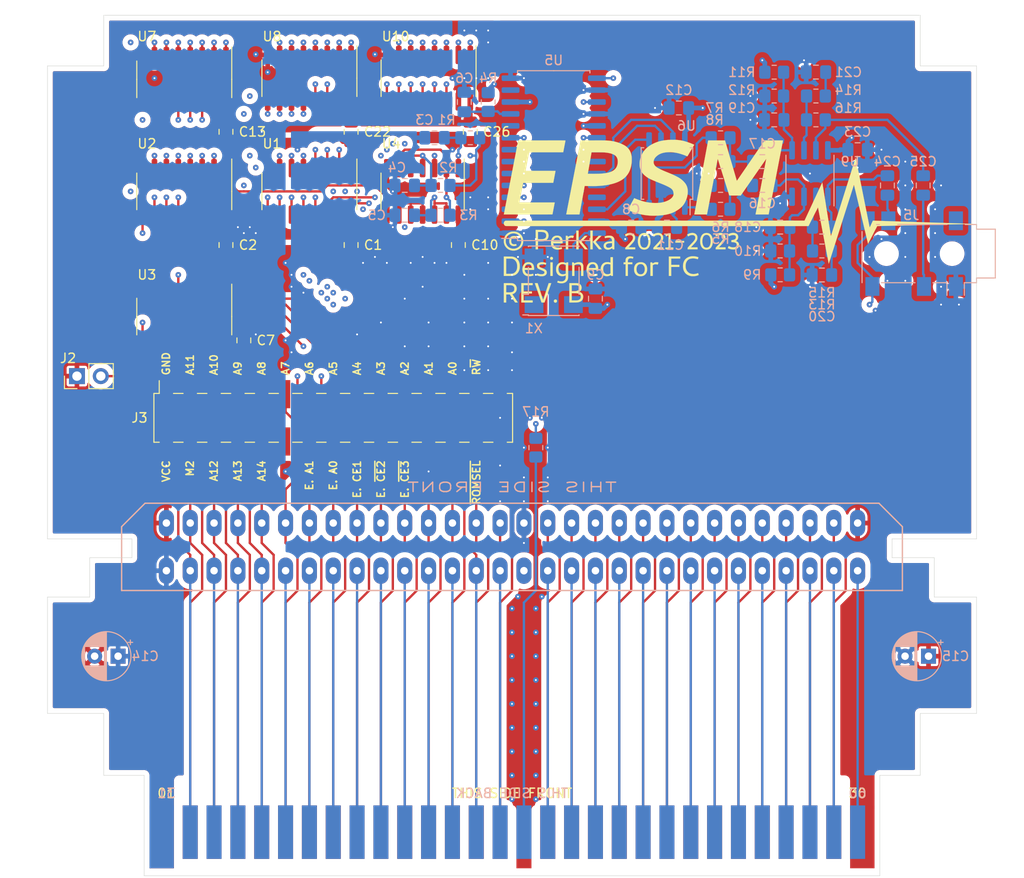
<source format=kicad_pcb>
(kicad_pcb (version 20211014) (generator pcbnew)
  (title_block (title "EPSM Expansion Audio FC") (date "2023-01-01") (rev "B") (company "Perkka; Persune"))
  (layers (0 "F.Cu" mixed) (1 "In1.Cu" mixed) (2 "In2.Cu" mixed) (31 "B.Cu" mixed) (34 "B.Paste" user) (35 "F.Paste" user) (36 "B.SilkS" user "B.Silkscreen") (37 "F.SilkS" user "F.Silkscreen") (38 "B.Mask" user) (39 "F.Mask" user) (44 "Edge.Cuts" user))
  (net 0 "")
  (net 1 "/GND")
  (net 2 "/CPU_A11")
  (net 3 "/CPU_A10")
  (net 4 "/CPU_A9")
  (net 5 "/CPU_A8")
  (net 6 "/CPU_A7")
  (net 7 "/CPU_A6")
  (net 8 "/CPU_A5")
  (net 9 "/CPU_A4")
  (net 10 "/CPU_A3")
  (net 11 "/CPU_A2")
  (net 12 "/CPU_A1")
  (net 13 "/CPU_A0")
  (net 14 "/CPU_R~{W}")
  (net 15 "/~{IRQ}")
  (net 16 "/PPU_~{RD}")
  (net 17 "/CIRAM_A10")
  (net 18 "/PPU_A6")
  (net 19 "/PPU_A5")
  (net 20 "/PPU_A4")
  (net 21 "/PPU_A3")
  (net 22 "/PPU_A2")
  (net 23 "/PPU_A1")
  (net 24 "/PPU_A0")
  (net 25 "/PPU_D0")
  (net 26 "/PPU_D1")
  (net 27 "/PPU_D2")
  (net 28 "/PPU_D3")
  (net 29 "/VCC")
  (net 30 "/M2")
  (net 31 "/CPU_A12")
  (net 32 "/CPU_A13")
  (net 33 "/CPU_A14")
  (net 34 "/CPU_D7")
  (net 35 "/CPU_D6")
  (net 36 "/CPU_D5")
  (net 37 "/CPU_D4")
  (net 38 "/CPU_D3")
  (net 39 "/CPU_D2")
  (net 40 "/CPU_D1")
  (net 41 "/CPU_D0")
  (net 42 "/~{ROMSEL}")
  (net 43 "/AUD_2A03")
  (net 44 "/AUD_RF")
  (net 45 "/PPU_~{WR}")
  (net 46 "/CIRAM_~{CE}")
  (net 47 "/PPU_~{A13}")
  (net 48 "/PPU_A7")
  (net 49 "/PPU_A8")
  (net 50 "/PPU_A9")
  (net 51 "/PPU_A10")
  (net 52 "/PPU_A11")
  (net 53 "/PPU_A12")
  (net 54 "/PPU_A13")
  (net 55 "/PPU_D7")
  (net 56 "/PPU_D6")
  (net 57 "/PPU_D5")
  (net 58 "/PPU_D4")
  (net 59 "Net-(C3-Pad1)")
  (net 60 "Net-(C11-Pad1)")
  (net 62 "/OUT_1")
  (net 64 "/EPSM_A1_A1")
  (net 65 "/EPSM_A0_A13")
  (net 66 "/EPSM_CE1_A14")
  (net 67 "/EPSM_CE2_~{ROMSEL}")
  (net 68 "/EPSM_CE3_CPU_R~{W}")
  (net 72 "Net-(R3-Pad1)")
  (net 73 "/$4016_EN")
  (net 74 "Net-(R5-Pad2)")
  (net 75 "/BUF_CS")
  (net 77 "/FF_RESET")
  (net 81 "/YM_D0")
  (net 82 "/YM_D1")
  (net 83 "/YM_D2")
  (net 84 "/YM_D3")
  (net 85 "/YM_D4")
  (net 86 "/YM_D5")
  (net 87 "/YM_D6")
  (net 88 "/YM_D7")
  (net 89 "/YM_CS")
  (net 93 "/~{OUT_1}")
  (net 96 "/~{CS}")
  (net 97 "/BUF_D0")
  (net 98 "/BUF_D1")
  (net 99 "/BUF_D3")
  (net 100 "/BUF_D2")
  (net 101 "/BUF_D4")
  (net 102 "/BUF_D5")
  (net 103 "/BUF_D7")
  (net 104 "/BUF_D6")
  (net 105 "/BUF_A1")
  (net 106 "/YM_A0")
  (net 107 "/BUF_A0")
  (net 108 "/YM_A1")
  (net 109 "Net-(U5-Pad28)")
  (net 110 "Net-(C16-Pad2)")
  (net 112 "Net-(R14-Pad2)")
  (net 113 "Net-(U5-Pad23)")
  (net 114 "Net-(U5-Pad24)")
  (net 115 "Net-(U5-Pad26)")
  (net 116 "Net-(R7-Pad2)")
  (net 117 "Net-(R13-Pad2)")
  (net 119 "Net-(C4-Pad1)")
  (net 120 "Net-(C5-Pad1)")
  (net 121 "Net-(C6-Pad2)")
  (net 122 "Net-(C17-Pad1)")
  (net 123 "Net-(C16-Pad1)")
  (net 124 "Net-(C17-Pad2)")
  (net 125 "Net-(C20-Pad2)")
  (net 126 "Net-(C24-Pad1)")
  (net 127 "Net-(C24-Pad2)")
  (net 128 "Net-(J5-PadR1N)")
  (net 129 "Net-(C21-Pad2)")
  (net 130 "Net-(C25-Pad1)")
  (net 131 "Net-(C25-Pad2)")
  (net 132 "/AUD_EPSM")
  (net 134 "Net-(U4-Pad10)")
  (footprint "Package_SO:SOIC-16_3.9x9.9mm_P1.27mm" (layer "F.Cu") (at 118.11 52.705 -90)
    (fp_text reference "U10")
    (fp_text value "74LS257")
  )
  (footprint "Package_SO:SOIC-14_3.9x8.7mm_P1.27mm" (layer "F.Cu") (at 117.475 64.77 -90)
    (fp_text reference "U4")
    (fp_text value "74LS132")
  )
  (footprint "Package_SO:SOIC-16_3.9x9.9mm_P1.27mm" (layer "F.Cu") (at 105.41 64.77 -90)
    (fp_text reference "U1")
    (fp_text value "74LS174")
  )
  (footprint "Capacitor_SMD:C_0805_2012Metric_Pad1.18x1.45mm_HandSolder" (layer "F.Cu") (at 98.425 80.645 90)
    (fp_text reference "C7")
    (fp_text value "0.1uF")
  )
  (footprint "Package_SO:SOIC-16_3.9x9.9mm_P1.27mm" (layer "F.Cu") (at 92.075 78.105 -90)
    (fp_text reference "U3")
    (fp_text value "74LS139")
  )
  (footprint "Connector_PinHeader_2.54mm:PinHeader_1x02_P2.54mm_Vertical" (layer "F.Cu") (at 80.64 84.455 90)
    (fp_text reference "J2")
    (fp_text value "OUT_1")
  )
  (footprint "Connector_PinSocket_2.54mm:PinSocket_2x15_P2.54mm_Vertical_SMD" (layer "F.Cu") (at 107.95 88.9 90)
    (fp_text reference "J3")
    (fp_text value "EPSM_ADDRESSING")
  )
  (footprint "Capacitor_SMD:C_0805_2012Metric_Pad1.18x1.45mm_HandSolder" (layer "F.Cu") (at 96.52 58.42 90)
    (fp_text reference "C13")
    (fp_text value "0.1uF")
  )
  (footprint "Capacitor_SMD:C_0805_2012Metric_Pad1.18x1.45mm_HandSolder" (layer "F.Cu") (at 96.52 70.485 90)
    (fp_text reference "C2")
    (fp_text value "0.1uF")
  )
  (footprint "EPSM-Famicom:HVC-ETROM-01" (layer "F.Cu") (at 127 127)
    (fp_text reference "J4" hide)
    (fp_text value "CONSOLE_M")
  )
  (footprint "Package_SO:SOIC-16_3.9x9.9mm_P1.27mm" (layer "F.Cu") (at 92.075 64.77 -90)
    (fp_text reference "U2")
    (fp_text value "74LS174")
  )
  (footprint "Package_SO:SOIC-16_3.9x9.9mm_P1.27mm" (layer "F.Cu") (at 105.41 52.705 -90)
    (fp_text reference "U8")
    (fp_text value "74LS257")
  )
  (footprint "Capacitor_SMD:C_0805_2012Metric_Pad1.18x1.45mm_HandSolder" (layer "F.Cu") (at 122.555 58.42 90)
    (fp_text reference "C26")
    (fp_text value "0.1uF")
  )
  (footprint "Capacitor_SMD:C_0805_2012Metric_Pad1.18x1.45mm_HandSolder" (layer "F.Cu") (at 109.855 58.42 90)
    (fp_text reference "C22")
    (fp_text value "0.1uF")
  )
  (footprint "Package_SO:SOIC-16_3.9x9.9mm_P1.27mm" (layer "F.Cu") (at 92.075 52.82875 -90)
    (fp_text reference "U7")
    (fp_text value "74LS257")
  )
  (footprint "EPSM-Famicom:EPSM_silkscreen" (layer "F.Cu") (at 151.13 67.945)
    (fp_text reference "Ref**" hide)
    (fp_text value "Val**" hide)
  )
  (footprint "Capacitor_SMD:C_0805_2012Metric_Pad1.18x1.45mm_HandSolder" (layer "F.Cu") (at 109.855 70.485 90)
    (fp_text reference "C1")
    (fp_text value "0.1uF")
  )
  (footprint "Capacitor_SMD:C_0805_2012Metric_Pad1.18x1.45mm_HandSolder" (layer "F.Cu") (at 121.285 70.485 90)
    (fp_text reference "C10")
    (fp_text value "0.1uF")
  )
  (footprint "Resistor_SMD:R_0805_2012Metric_Pad1.20x1.40mm_HandSolder" (layer "B.Cu") (at 149.225 59.055 180)
    (fp_text reference "R7")
    (fp_text value "680")
  )
  (footprint "Resistor_SMD:R_0805_2012Metric_Pad1.20x1.40mm_HandSolder" (layer "B.Cu") (at 154.94 52.07)
    (fp_text reference "R11")
    (fp_text value "47K")
  )
  (footprint "Resistor_SMD:R_0805_2012Metric_Pad1.20x1.40mm_HandSolder" (layer "B.Cu") (at 129.54 92.075 -90)
    (fp_text reference "R17")
    (fp_text value "1K")
  )
  (footprint "Capacitor_SMD:C_0805_2012Metric_Pad1.18x1.45mm_HandSolder" (layer "B.Cu") (at 163.83 60.325 180)
    (fp_text reference "C23")
    (fp_text value "0.1uF")
  )
  (footprint "Capacitor_SMD:C_0805_2012Metric_Pad1.18x1.45mm_HandSolder" (layer "B.Cu") (at 115.57 67.31 180)
    (fp_text reference "C5")
    (fp_text value "68pF")
  )
  (footprint "Capacitor_SMD:C_0805_2012Metric_Pad1.18x1.45mm_HandSolder" (layer "B.Cu") (at 155.575 68.58 180)
    (fp_text reference "C18")
    (fp_text value "68pF")
  )
  (footprint "Capacitor_SMD:C_0805_2012Metric_Pad1.18x1.45mm_HandSolder" (layer "B.Cu") (at 121.92 55.245 -90)
    (fp_text reference "C6")
    (fp_text value "10uF")
  )
  (footprint "Resistor_SMD:R_0805_2012Metric_Pad1.20x1.40mm_HandSolder" (layer "B.Cu") (at 149.225 64.135 180)
    (fp_text reference "R6")
    (fp_text value "3K")
  )
  (footprint "Capacitor_SMD:C_0805_2012Metric_Pad1.18x1.45mm_HandSolder" (layer "B.Cu") (at 170.815 64.135 -90)
    (fp_text reference "C25")
    (fp_text value "10uF")
  )
  (footprint "EPSM-Famicom:FC_CONN_F" (layer "B.Cu") (at 127 102.65)
    (fp_text reference "J1")
    (fp_text value "CARTRIDGE_F" hide)
  )
  (footprint "Resistor_SMD:R_0805_2012Metric_Pad1.20x1.40mm_HandSolder" (layer "B.Cu") (at 119.38 67.31 180)
    (fp_text reference "R3")
    (fp_text value "1K")
  )
  (footprint "Capacitor_SMD:C_0805_2012Metric_Pad1.18x1.45mm_HandSolder" (layer "B.Cu") (at 159.385 52.06)
    (fp_text reference "C21")
    (fp_text value "10uF")
  )
  (footprint "Resistor_SMD:R_0805_2012Metric_Pad1.20x1.40mm_HandSolder" (layer "B.Cu") (at 155.575 71.12 180)
    (fp_text reference "R10")
    (fp_text value "47K")
  )
  (footprint "Oscillator:Oscillator_SMD_SeikoEpson_SG8002CA-4Pin_7.0x5.0mm" (layer "B.Cu") (at 131.445 74.295 90)
    (fp_text reference "X1")
    (fp_text value "SG-8002CA")
  )
  (footprint "Resistor_SMD:R_0805_2012Metric_Pad1.20x1.40mm_HandSolder" (layer "B.Cu") (at 149.225 61.595 180)
    (fp_text reference "R8")
    (fp_text value "3K")
  )
  (footprint "Resistor_SMD:R_0805_2012Metric_Pad1.20x1.40mm_HandSolder" (layer "B.Cu") (at 160.02 68.58)
    (fp_text reference "R15")
    (fp_text value "22K")
  )
  (footprint "Capacitor_THT:CP_Radial_D5.0mm_P2.50mm" (layer "B.Cu") (at 85.025113 114.3 180)
    (fp_text reference "C14")
    (fp_text value "100uF")
  )
  (footprint "Capacitor_SMD:C_0805_2012Metric_Pad1.18x1.45mm_HandSolder" (layer "B.Cu") (at 115.57 64.135 180)
    (fp_text reference "C4")
    (fp_text value "68pF")
  )
  (footprint "Resistor_SMD:R_0805_2012Metric_Pad1.20x1.40mm_HandSolder" (layer "B.Cu") (at 159.385 57.15)
    (fp_text reference "R16")
    (fp_text value "22K")
  )
  (footprint "Resistor_SMD:R_0805_2012Metric_Pad1.20x1.40mm_HandSolder" (layer "B.Cu") (at 160.02 71.12 180)
    (fp_text reference "R13")
    (fp_text value "8.2K")
  )
  (footprint "Package_SO:SOIC-8_5.275x5.275mm_P1.27mm" (layer "B.Cu") (at 143.51 62.865 90)
    (fp_text reference "U6")
    (fp_text value "BU9480F")
  )
  (footprint "EPSM-Famicom:Jack_3.5mm_PJ311_Horizontal" (layer "B.Cu") (at 176.5 71.4 90)
    (fp_text reference "J5")
    (fp_text value "AudioJack4_SwitchTR1")
  )
  (footprint "Capacitor_SMD:C_0805_2012Metric_Pad1.18x1.45mm_HandSolder" (layer "B.Cu") (at 143.51 68.58 180)
    (fp_text reference "C11")
    (fp_text value "10uF")
  )
  (footprint "Resistor_SMD:R_0805_2012Metric_Pad1.20x1.40mm_HandSolder" (layer "B.Cu") (at 122.555 59.055 180)
    (fp_text reference "R1")
    (fp_text value "1K")
  )
  (footprint "Resistor_SMD:R_0805_2012Metric_Pad1.20x1.40mm_HandSolder" (layer "B.Cu") (at 124.46 55.245 -90)
    (fp_text reference "R4")
    (fp_text value "1K")
  )
  (footprint "Capacitor_SMD:C_0805_2012Metric_Pad1.18x1.45mm_HandSolder" (layer "B.Cu") (at 153.67 64.135)
    (fp_text reference "C16")
    (fp_text value "10uF")
  )
  (footprint "Capacitor_SMD:C_0805_2012Metric_Pad1.18x1.45mm_HandSolder" (layer "B.Cu") (at 153.67 61.595)
    (fp_text reference "C17")
    (fp_text value "10uF")
  )
  (footprint "EPSM-Famicom:SOP-28_7.5x12.8mm_P1.27mm" (layer "B.Cu") (at 131.445 60.96)
    (fp_text reference "U5")
    (fp_text value "YMF288")
  )
  (footprint "Resistor_SMD:R_0805_2012Metric_Pad1.20x1.40mm_HandSolder" (layer "B.Cu") (at 159.385 54.61 180)
    (fp_text reference "R14")
    (fp_text value "8.2K")
  )
  (footprint "Capacitor_SMD:C_0805_2012Metric_Pad1.18x1.45mm_HandSolder" (layer "B.Cu") (at 154.94 57.15 180)
    (fp_text reference "C19")
    (fp_text value "68pF")
  )
  (footprint "Capacitor_SMD:C_0805_2012Metric_Pad1.18x1.45mm_HandSolder" (layer "B.Cu") (at 144.78 55.88)
    (fp_text reference "C12")
    (fp_text value "0.1uF")
  )
  (footprint "Package_SO:SOIC-8_3.9x4.9mm_P1.27mm" (layer "B.Cu") (at 158.75 62.865 90)
    (fp_text reference "U9")
    (fp_text value "LM358")
  )
  (footprint "Capacitor_SMD:C_0805_2012Metric_Pad1.18x1.45mm_HandSolder" (layer "B.Cu") (at 135.89 76.2 90)
    (fp_text reference "C9")
    (fp_text value "68pF")
  )
  (footprint "Resistor_SMD:R_0805_2012Metric_Pad1.20x1.40mm_HandSolder" (layer "B.Cu") (at 119.38 64.135 180)
    (fp_text reference "R2")
    (fp_text value "3K")
  )
  (footprint "Resistor_SMD:R_0805_2012Metric_Pad1.20x1.40mm_HandSolder" (layer "B.Cu") (at 155.575 73.66)
    (fp_text reference "R9")
    (fp_text value "47K")
  )
  (footprint "Resistor_SMD:R_0805_2012Metric_Pad1.20x1.40mm_HandSolder" (layer "B.Cu") (at 149.225 66.675 180)
    (fp_text reference "R5")
    (fp_text value "680")
  )
  (footprint "Capacitor_SMD:C_0805_2012Metric_Pad1.18x1.45mm_HandSolder" (layer "B.Cu") (at 118.745 59.055 180)
    (fp_text reference "C3")
    (fp_text value "68pF")
  )
  (footprint "Capacitor_SMD:C_0805_2012Metric_Pad1.18x1.45mm_HandSolder" (layer "B.Cu") (at 139.7 68.58 180)
    (fp_text reference "C8")
    (fp_text value "0.1uF")
  )
  (footprint "Capacitor_SMD:C_0805_2012Metric_Pad1.18x1.45mm_HandSolder" (layer "B.Cu") (at 167.005 64.135 -90)
    (fp_text reference "C24")
    (fp_text value "10uF")
  )
  (footprint "Resistor_SMD:R_0805_2012Metric_Pad1.20x1.40mm_HandSolder" (layer "B.Cu") (at 154.94 54.61 180)
    (fp_text reference "R12")
    (fp_text value "47K")
  )
  (footprint "Capacitor_THT:CP_Radial_D5.0mm_P2.50mm" (layer "B.Cu") (at 171.385113 114.3 180)
    (fp_text reference "C15")
    (fp_text value "100uF")
  )
  (footprint "Capacitor_SMD:C_0805_2012Metric_Pad1.18x1.45mm_HandSolder" (layer "B.Cu") (at 160.02 73.68)
    (fp_text reference "C20")
    (fp_text value "10uF")
  )
  (gr_line (start 82 108) (end 82 103.8) (layer "Edge.Cuts") (width 0.05))
  (gr_line (start 83.5 120.4) (end 77.5 120.4) (layer "Edge.Cuts") (width 0.05))
  (gr_line (start 170.5 127) (end 166.2 127) (layer "Edge.Cuts") (width 0.05))
  (gr_line (start 77.5 101.8) (end 77.5 51.4) (layer "Edge.Cuts") (width 0.05))
  (gr_line (start 176.5 108) (end 176.5 120.4) (layer "Edge.Cuts") (width 0.05))
  (gr_line (start 87.8 137.7) (end 87.8 127) (layer "Edge.Cuts") (width 0.05))
  (gr_line (start 176.5 120.4) (end 170.5 120.4) (layer "Edge.Cuts") (width 0.05))
  (gr_line (start 170.5 120.4) (end 170.5 127) (layer "Edge.Cuts") (width 0.05))
  (gr_line (start 172 108) (end 176.5 108) (layer "Edge.Cuts") (width 0.05))
  (gr_line (start 83.5 51.4) (end 83.5 46) (layer "Edge.Cuts") (width 0.05))
  (gr_line (start 167.5 103.8) (end 172 103.8) (layer "Edge.Cuts") (width 0.05))
  (gr_line (start 176.5 101.8) (end 167.5 101.8) (layer "Edge.Cuts") (width 0.05))
  (gr_line (start 83.5 127) (end 83.5 120.4) (layer "Edge.Cuts") (width 0.05))
  (gr_line (start 166.2 127) (end 166.2 137.7) (layer "Edge.Cuts") (width 0.05))
  (gr_line (start 77.5 108) (end 82 108) (layer "Edge.Cuts") (width 0.05))
  (gr_line (start 170.5 46) (end 170.5 51.4) (layer "Edge.Cuts") (width 0.05))
  (gr_line (start 87.8 127) (end 83.5 127) (layer "Edge.Cuts") (width 0.05))
  (gr_line (start 82 103.8) (end 86.5 103.8) (layer "Edge.Cuts") (width 0.05))
  (gr_line (start 172 103.8) (end 172 108) (layer "Edge.Cuts") (width 0.05))
  (gr_line (start 176.5 51.4) (end 170.5 51.4) (layer "Edge.Cuts") (width 0.05))
  (gr_line (start 86.5 103.8) (end 86.5 101.8) (layer "Edge.Cuts") (width 0.05))
  (gr_line (start 166.2 137.7) (end 87.8 137.7) (layer "Edge.Cuts") (width 0.05))
  (gr_line (start 176.5 51.4) (end 176.5 101.8) (layer "Edge.Cuts") (width 0.05))
  (gr_line (start 77.5 120.4) (end 77.5 108) (layer "Edge.Cuts") (width 0.05))
  (gr_line (start 86.5 101.8) (end 77.5 101.8) (layer "Edge.Cuts") (width 0.05))
  (gr_line (start 167.5 101.8) (end 167.5 103.8) (layer "Edge.Cuts") (width 0.05))
  (gr_line (start 77.5 51.4) (end 83.5 51.4) (layer "Edge.Cuts") (width 0.05))
  (gr_line (start 83.5 46) (end 170.5 46) (layer "Edge.Cuts") (width 0.05))
  (gr_text "31" (at 90.17 128.905) (layer "B.SilkS") (effects (font (size 1 1)) (justify mirror)))
  (gr_text "60" (at 163.83 128.905) (layer "B.SilkS") (effects (font (size 1 1)) (justify mirror)))
  (gr_text "THIS SIDE BACK" (at 127 128.905) (layer "B.SilkS") (effects (font (size 1 1)) (justify mirror)))
  (gr_text "VCC\n\nM2\n\nA12\n\nA13\n\nA14\n\n \n\nE. A1\n\nE. A0\n\nE. CE1\n\nE. ~{CE2}\n\nE. ~{CE3}\n\n \n\n \n\n~{ROMSEL}\n\n " (at 107.95 93.345 90) (layer "F.SilkS") (effects (font (size 0.79 0.8) (thickness 0.15875)) (justify right)))
  (gr_text "30\n" (at 163.83 128.905) (layer "F.SilkS") (effects (font (size 1 1))))
  (gr_text "THIS SIDE FRONT" (at 127 128.905) (layer "F.SilkS") (effects (font (size 1 1))))
  (gr_text "01" (at 90.17 128.905) (layer "F.SilkS") (effects (font (size 1 1))))
  (gr_text "GND\n\nA11\n\nA10\n\nA9\n\nA8\n\nA7\n\nA6\n\nA5\n\nA4\n\nA3\n\nA2\n\nA1\n\nA0\n\nR~{W}\n\n " (at 107.95 84.455 90) (layer "F.SilkS") (effects (font (size 0.79 0.8) (thickness 0.15875)) (justify left)))
  (segment (start 129.54 98.425) (end 129.54 107.315) (width 0.5) (layer "F.Cu") (net 1))
  (segment (start 127 98.425) (end 127 101.6) (width 0.5) (layer "F.Cu") (net 1))
  (segment (start 120.65 60.325) (end 121.285 59.69) (width 0.5) (layer "F.Cu") (net 1))
  (segment (start 108.9875 59.4575) (end 108.585 59.055) (width 0.5) (layer "F.Cu") (net 1))
  (segment (start 109.855 59.4575) (end 108.9875 59.4575) (width 0.5) (layer "F.Cu") (net 1))
  (via (at 172.085 69.215) (size 0.6) (drill 0.2) (layers "F.Cu" "B.Cu") (net 1))
  (via (at 129.54 69.85) (size 0.6) (drill 0.2) (layers "F.Cu" "B.Cu") (net 1))
  (via (at 99.695 50.165) (size 0.6) (drill 0.2) (layers "F.Cu" "B.Cu") (net 1))
  (via (at 146.685 62.865) (size 0.6) (drill 0.2) (layers "F.Cu" "B.Cu") (net 1))
  (via (at 165.1 71.755) (size 0.6) (drill 0.2) (layers "F.Cu" "B.Cu") (net 1))
  (via (at 121.92 83.82) (size 0.6) (drill 0.2) (layers "F.Cu" "B.Cu") (net 1))
  (via (at 124.46 47.625) (size 0.6) (drill 0.2) (layers "F.Cu" "B.Cu") (net 1))
  (via (at 129.54 127) (size 0.6) (drill 0.2) (layers "F.Cu" "B.Cu") (net 1))
  (via (at 115.57 76.2) (size 0.6) (drill 0.2) (layers "F.Cu" "B.Cu") (net 1))
  (via (at 127 129.54) (size 0.6) (drill 0.2) (layers "F.Cu" "B.Cu") (net 1))
  (via (at 103.505 74.93) (size 0.6) (drill 0.2) (layers "F.Cu" "B.Cu") (net 1))
  (via (at 124.46 76.2) (size 0.6) (drill 0.2) (layers "F.Cu" "B.Cu") (net 1))
  (via (at 118.11 81.28) (size 0.6) (drill 0.2) (layers "F.Cu" "B.Cu") (net 1))
  (via (at 141.605 69.85) (size 0.6) (drill 0.2) (layers "F.Cu" "B.Cu") (net 1))
  (via (at 124.46 78.74) (size 0.6) (drill 0.2) (layers "F.Cu" "B.Cu") (net 1))
  (via (at 102.87 72.39) (size 0.6) (drill 0.2) (layers "F.Cu" "B.Cu") (net 1))
  (via (at 121.92 78.74) (size 0.6) (drill 0.2) (layers "F.Cu" "B.Cu") (net 1))
  (via (at 127 78.74) (size 0.6) (drill 0.2) (layers "F.Cu" "B.Cu") (net 1))
  (via (at 124.46 81.28) (size 0.6) (drill 0.2) (layers "F.Cu" "B.Cu") (net 1))
  (via (at 130.175 107.95) (size 0.6) (drill 0.2) (layers "F.Cu" "B.Cu") (net 1))
  (via (at 166.37 69.85) (size 0.6) (drill 0.2) (layers "F.Cu" "B.Cu") (net 1))
  (via (at 127 124.46) (size 0.6) (drill 0.2) (layers "F.Cu" "B.Cu") (net 1))
  (via (at 155.575 66.04) (size 0.6) (drill 0.2) (layers "F.Cu" "B.Cu") (net 1))
  (via (at 102.87 83.185) (size 0.6) (drill 0.2) (layers "F.Cu" "B.Cu") (net 1))
  (via (at 120.65 52.705) (size 0.6) (drill 0.2) (layers "F.Cu" "B.Cu") (net 1))
  (via (at 127 114.3) (size 0.6) (drill 0.2) (layers "F.Cu" "B.Cu") (net 1))
  (via (at 165.735 77.47) (size 0.6) (drill 0.2) (layers "F.Cu" "B.Cu") (net 1))
  (via (at 117.475 71.755) (size 0.6) (drill 0.2) (layers "F.Cu" "B.Cu") (net 1))
  (via (at 121.92 81.28) (size 0.6) (drill 0.2) (layers "F.Cu" "B.Cu") (net 1))
  (via (at 103.505 81.915) (size 0.6) (drill 0.2) (layers "F.Cu" "B.Cu") (net 1))
  (via (at 103.505 73.66) (size 0.6) (drill 0.2) (layers "F.Cu" "B.Cu") (net 1))
  (via (at 104.14 60.325) (size 0.6) (drill 0.2) (layers "F.Cu" "B.Cu") (net 1))
  (via (at 127 109.22) (size 0.6) (drill 0.2) (layers "F.Cu" "B.Cu") (net 1))
  (via (at 129.54 73.66) (size 0.6) (drill 0.2) (layers "F.Cu" "B.Cu") (net 1))
  (via (at 134.62 56.515) (size 0.6) (drill 0.2) (layers "F.Cu" "B.Cu") (net 1))
  (via (at 124.46 48.895) (size 0.6) (drill 0.2) (layers "F.Cu" "B.Cu") (net 1))
  (via (at 123.19 47.625) (size 0.6) (drill 0.2) (layers "F.Cu" "B.Cu") (net 1))
  (via (at 120.65 60.325) (size 0.6) (drill 0.2) (layers "F.Cu" "B.Cu") (net 1))
  (via (at 105.41 83.185) (size 0.6) (drill 0.2) (layers "F.Cu" "B.Cu") (net 1))
  (via (at 127 73.66) (size 0.6) (drill 0.2) (layers "F.Cu" "B.Cu") (net 1))
  (via (at 168.91 69.215) (size 0.6) (drill 0.2) (layers "F.Cu" "B.Cu") (net 1))
  (via (at 118.11 83.82) (size 0.6) (drill 0.2) (layers "F.Cu" "B.Cu") (net 1))
  (via (at 130.175 88.9) (size 0.6) (drill 0.2) (layers "F.Cu" "B.Cu") (net 1))
  (via (at 167.005 74.295) (size 0.6) (drill 0.2) (layers "F.Cu" "B.Cu") (net 1))
  (via (at 123.19 52.705) (size 0.6) (drill 0.2) (layers "F.Cu" "B.Cu") (net 1))
  (via (at 127 116.84) (size 0.6) (drill 0.2) (layers "F.Cu" "B.Cu") (net 1))
  (via (at 122.555 65.405) (size 0.6) (drill 0.2) (layers "F.Cu" "B.Cu") (net 1))
  (via (at 114.3 68.58) (size 0.6) (drill 0.2) (layers "F.Cu" "B.Cu") (net 1))
  (via (at 129.54 111.76) (size 0.6) (drill 0.2) (layers "F.Cu" "B.Cu") (net 1))
  (via (at 158.75 74.93) (size 0.6) (drill 0.2) (layers "F.Cu" "B.Cu") (net 1))
  (via (at 127 111.76) (size 0.6) (drill 0.2) (layers "F.Cu" "B.Cu") (net 1))
  (via (at 104.775 75.565) (size 0.6) (drill 0.2) (layers "F.Cu" "B.Cu") (net 1))
  (via (at 172.085 66.675) (size 0.6) (drill 0.2) (layers "F.Cu" "B.Cu") (net 1))
  (via (at 115.57 83.82) (size 0.6) (drill 0.2) (layers "F.Cu" "B.Cu") (net 1))
  (via (at 114.3 64.77) (size 0.6) (drill 0.2) (layers "F.Cu" "B.Cu") (net 1))
  (via (at 128.27 69.215) (size 0.6) (drill 0.2) (layers "F.Cu" "B.Cu") (net 1))
  (via (at 128.27 92.075) (size 0.6) (drill 0.2) (layers "F.Cu" "B.Cu") (net 1))
  (via (at 102.87 94.615) (size 0.6) (drill 0.2) (layers "F.Cu" "B.Cu") (net 1))
  (via (at 152.4 54.61) (size 0.6) (drill 0.2) (layers "F.Cu" "B.Cu") (net 1))
  (via (at 129.54 116.84) (size 0.6) (drill 0.2) (layers "F.Cu" "B.Cu") (net 1))
  (via (at 107.95 94.615) (size 0.6) (drill 0.2) (layers "F.Cu" "B.Cu") (net 1))
  (via (at 121.92 52.705) (size 0.6) (drill 0.2) (layers "F.Cu" "B.Cu") (net 1))
  (via (at 116.205 72.39) (size 0.6) (drill 0.2) (layers "F.Cu" "B.Cu") (net 1))
  (via (at 124.46 83.82) (size 0.6) (drill 0.2) (layers "F.Cu" "B.Cu") (net 1))
  (via (at 113.03 78.74) (size 0.6) (drill 0.2) (layers "F.Cu" "B.Cu") (net 1))
  (via (at 102.87 80.645) (size 0.6) (drill 0.2) (layers "F.Cu" "B.Cu") (net 1))
  (via (at 124.46 52.705) (size 0.6) (drill 0.2) (layers "F.Cu" "B.Cu") (net 1))
  (via (at 124.46 65.405) (size 0.6) (drill 0.2) (layers "F.Cu" "B.Cu") (net 1))
  (via (at 115.57 81.28) (size 0.6) (drill 0.2) (layers "F.Cu" "B.Cu") (net 1))
  (via (at 168.91 61.595) (size 0.6) (drill 0.2) (layers "F.Cu" "B.Cu") (net 1))
  (via (at 125.73 93.98) (size 0.6) (drill 0.2) (layers "F.Cu" "B.Cu") (net 1))
  (via (at 127.635 71.755) (size 0.6) (drill 0.2) (layers "F.Cu" "B.Cu") (net 1))
  (via (at 172.72 76.835) (size 0.6) (drill 0.2) (layers "F.Cu" "B.Cu") (net 1))
  (via (at 120.015 72.39) (size 0.6) (drill 0.2) (layers "F.Cu" "B.Cu") (net 1))
  (via (at 168.91 66.675) (size 0.6) (drill 0.2) (layers "F.Cu" "B.Cu") (net 1))
  (via (at 129.54 109.22) (size 0.6) (drill 0.2) (layers "F.Cu" "B.Cu") (net 1))
  (via (at 127 83.82) (size 0.6) (drill 0.2) (layers "F.Cu" "B.Cu") (net 1))
  (via (at 130.81 95.25) (size 0.6) (drill 0.2) (layers "F.Cu" "B.Cu") (net 1))
  (via (at 128.27 102.235) (size 0.6) (drill 0.2) (layers "F.Cu" "B.Cu") (net 1))
  (via (at 128.905 88.9) (size 0.6) (drill 0.2) (layers "F.Cu" "B.Cu") (net 1))
  (via (at 128.27 52.705) (size 0.6) (drill 0.2) (layers "F.Cu" "B.Cu") (net 1))
  (via (at 130.81 97.79) (size 0.6) (drill 0.2) (layers "F.Cu" "B.Cu") (net 1))
  (via (at 117.475 74.93) (size 0.6) (drill 0.2) (layers "F.Cu" "B.Cu") (net 1))
  (via (at 112.395 50.165) (size 0.6) (drill 0.2) (layers "F.Cu" "B.Cu") (net 1))
  (via (at 105.41 94.615) (size 0.6) (drill 0.2) (layers "F.Cu" "B.Cu") (net 1))
  (via (at 134.62 53.975) (size 0.6) (drill 0.2) (layers "F.Cu" "B.Cu") (net 1))
  (via (at 125.73 88.9) (size 0.6) (drill 0.2) (layers "F.Cu" "B.Cu") (net 1))
  (via (at 127 119.38) (size 0.6) (drill 0.2) (layers "F.Cu" "B.Cu") (net 1))
  (via (at 129.54 129.54) (size 0.6) (drill 0.2) (layers "F.Cu" "B.Cu") (net 1))
  (via (at 130.81 92.075) (size 0.6) (drill 0.2) (layers "F.Cu" "B.Cu") (net 1))
  (via (at 158.115 50.8) (size 0.6) (drill 0.2) (layers "F.Cu" "B.Cu") (net 1))
  (via (at 118.11 78.74) (size 0.6) (drill 0.2) (layers "F.Cu" "B.Cu") (net 1))
  (via (at 129.54 119.38) (size 0.6) (drill 0.2) (layers "F.Cu" "B.Cu") (net 1))
  (via (at 122.555 66.675) (size 0.6) (drill 0.2) (layers "F.Cu" "B.Cu") (net 1))
  (via (at 153.035 71.12) (size 0.6) (drill 0.2) (layers "F.Cu" "B.Cu") (net 1))
  (via (at 168.91 71.755) (size 0.6) (drill 0.2) (layers "F.Cu" "B.Cu") (net 1))
  (via (at 172.72 64.135) (size 0.6) (drill 0.2) (layers "F.Cu" "B.Cu") (net 1))
  (via (at 142.24 55.88) (size 0.6) (drill 0.2) (layers "F.Cu" "B.Cu") (net 1))
  (via (at 121.92 73.66) (size 0.6) (drill 0.2) (layers "F.Cu" "B.Cu") (net 1))
  (via (at 129.54 124.46) (size 0.6) (drill 0.2) (layers "F.Cu" "B.Cu") (net 1))
  (via (at 168.91 64.135) (size 0.6) (drill 0.2) (layers "F.Cu" "B.Cu") (net 1))
  (via (at 113.665 72.39) (size 0.6) (drill 0.2) (layers "F.Cu" "B.Cu") (net 1))
  (via (at 127.635 107.95) (size 0.6) (drill 0.2) (layers "F.Cu" "B.Cu") (net 1))
  (via (at 111.125 72.39) (size 0.6) (drill 0.2) (layers "F.Cu" "B.Cu") (net 1))
  (via (at 124.46 72.39) (size 0.6) (drill 0.2) (layers "F.Cu" "B.Cu") (net 1))
  (via (at 110.49 80.01) (size 0.6) (drill 0.2) (layers "F.Cu" "B.Cu") (net 1))
  (via (at 130.81 71.755) (size 0.6) (drill 0.2) (layers "F.Cu" "B.Cu") (net 1))
  (via (at 135.89 73.66) (size 0.6) (drill 0.2) (layers "F.Cu" "B.Cu") (net 1))
  (via (at 100.965 52.07) (size 0.6) (drill 0.2) (layers "F.Cu" "B.Cu") (net 1))
  (via (at 88.9 52.705) (size 0.6) (drill 0.2) (layers "F.Cu" "B.Cu") (net 1))
  (via (at 124.46 66.675) (size 0.6) (drill 0.2) (layers "F.Cu" "B.Cu") (net 1))
  (via (at 128.27 97.79) (size 0.6) (drill 0.2) (layers "F.Cu" "B.Cu") (net 1))
  (via (at 127 81.915) (size 0.6) (drill 0.2) (layers "F.Cu" "B.Cu") (net 1))
  (via (at 112.395 71.755) (size 0.6) (drill 0.2) (layers "F.Cu" "B.Cu") (net 1))
  (via (at 118.11 94.615) (size 0.6) (drill 0.2) (layers "F.Cu" "B.Cu") (net 1))
  (via (at 174.625 76.835) (size 0.6) (drill 0.2) (layers "F.Cu" "B.Cu") (net 1))
  (via (at 166.37 60.325) (size 0.6) (drill 0.2) (layers "F.Cu" "B.Cu") (net 1))
  (via (at 172.085 71.755) (size 0.6) (drill 0.2) (layers "F.Cu" "B.Cu") (net 1))
  (via (at 110.49 94.615) (size 0.6) (drill 0.2) (layers "F.Cu" "B.Cu") (net 1))
  (via (at 127 76.2) (size 0.6) (drill 0.2) (layers "F.Cu" "B.Cu") (net 1))
  (via (at 153.035 68.58) (size 0.6) (drill 0.2) (layers "F.Cu" "B.Cu") (net 1))
  (via (at 129.54 114.3) (size 0.6) (drill 0.2) (layers "F.Cu" "B.Cu") (net 1))
  (via (at 152.4 57.15) (size 0.6) (drill 0.2) (layers "F.Cu" "B.Cu") (net 1))
  (via (at 113.03 94.615) (size 0.6) (drill 0.2) (layers "F.Cu" "B.Cu") (net 1))
  (via (at 127 127) (size 0.6) (drill 0.2) (layers "F.Cu" "B.Cu") (net 1))
  (via (at 172.72 74.93) (size 0.6) (drill 0.2) (layers "F.Cu" "B.Cu") (net 1))
  (via (at 163.83 62.23) (size 0.6) (drill 0.2) (layers "F.Cu" "B.Cu") (net 1))
  (via (at 115.57 94.615) (size 0.6) (drill 0.2) (layers "F.Cu" "B.Cu") (net 1))
  (via (at 127 121.92) (size 0.6) (drill 0.2) (layers "F.Cu" "B.Cu") (net 1))
  (via (at 168.91 74.295) (size 0.6) (drill 0.2) (layers "F.Cu" "B.Cu") (net 1))
  (via (at 121.92 47.625) (size 0.6) (drill 0.2) (layers "F.Cu" "B.Cu") (net 1))
  (via (at 125.73 97.79) (size 0.6) (drill 0.2) (layers "F.Cu" "B.Cu") (net 1))
  (via (at 128.27 95.25) (size 0.6) (drill 0.2) (layers "F.Cu" "B.Cu") (net 1))
  (via (at 158.75 62.865) (size 0.6) (drill 0.2) (layers "F.Cu" "B.Cu") (net 1))
  (via (at 121.92 76.2) (size 0.6) (drill 0.2) (layers "F.Cu" "B.Cu") (net 1))
  (via (at 129.54 121.92) (size 0.6) (drill 0.2) (layers "F.Cu" "B.Cu") (net 1))
  (via (at 118.745 72.39) (size 0.6) (drill 0.2) (layers "F.Cu" "B.Cu") (net 1))
  (segment (start 136.525 78.74) (end 137.795 77.47) (width 0.5) (layer "B.Cu") (net 1))
  (segment (start 146.05 63.5) (end 142.875 63.5) (width 0.5) (layer "B.Cu") (net 1))
  (segment (start 146.685 62.865) (end 146.05 63.5) (width 0.5) (layer "B.Cu") (net 1))
  (segment (start 153.94 57.1125) (end 153.9025 57.15) (width 0.5) (layer "B.Cu") (net 1))
  (segment (start 174.3 73.97) (end 174.3 74.9) (width 0.5) (layer "B.Cu") (net 1))
  (segment (start 142.4725 67.7125) (end 142.875 67.31) (width 0.5) (layer "B.Cu") (net 1))
  (segment (start 142.4725 68.58) (end 142.4725 67.7125) (width 0.5) (layer "B.Cu") (net 1))
  (segment (start 127 98.425) (end 127 102.235) (width 0.5) (layer "B.Cu") (net 1))
  (segment (start 142.875 67.31) (end 142.875 66.465) (width 0.5) (layer "B.Cu") (net 1))
  (segment (start 142.875 63.5) (end 142.875 66.465) (width 0.5) (layer "B.Cu") (net 1))
  (segment (start 154.575 68.6175) (end 154.5375 68.58) (width 0.5) (layer "B.Cu") (net 1))
  (segment (start 93.98 89.535) (end 92.71 88.265) (width 0.25) (layer "F.Cu") (net 2))
  (segment (start 92.71 100.11) (end 92.71 96.52) (width 0.25) (layer "F.Cu") (net 2))
  (segment (start 92.71 96.52) (end 93.98 95.25) (width 0.25) (layer "F.Cu") (net 2))
  (segment (start 92.71 88.265) (end 92.71 86.38) (width 0.25) (layer "F.Cu") (net 2))
  (segment (start 93.98 95.25) (end 93.98 89.535) (width 0.25) (layer "F.Cu") (net 2))
  (segment (start 92.71 102.235) (end 93.98 103.505) (width 0.25) (layer "F.Cu") (net 2))
  (segment (start 93.98 107.315) (end 92.71 108.585) (width 0.25) (layer "F.Cu") (net 2))
  (segment (start 92.71 108.585) (end 92.71 133.05) (width 0.25) (layer "F.Cu") (net 2))
  (segment (start 92.71 100.11) (end 92.71 102.235) (width 0.25) (layer "F.Cu") (net 2))
  (segment (start 93.98 103.505) (end 93.98 107.315) (width 0.25) (layer "F.Cu") (net 2))
  (segment (start 95.25 108.585) (end 96.52 107.315) (width 0.25) (layer "F.Cu") (net 3))
  (segment (start 95.25 88.265) (end 95.25 86.38) (width 0.25) (layer "F.Cu") (net 3))
  (segment (start 95.25 133.05) (end 95.25 108.585) (width 0.25) (layer "F.Cu") (net 3))
  (segment (start 95.25 96.52) (end 96.52 95.25) (width 0.25) (layer "F.Cu") (net 3))
  (segment (start 96.52 107.315) (end 96.52 103.505) (width 0.25) (layer "F.Cu") (net 3))
  (segment (start 95.25 100.11) (end 95.25 96.52) (width 0.25) (layer "F.Cu") (net 3))
  (segment (start 96.52 89.535) (end 95.25 88.265) (width 0.25) (layer "F.Cu") (net 3))
  (segment (start 96.52 95.25) (end 96.52 89.535) (width 0.25) (layer "F.Cu") (net 3))
  (segment (start 95.25 102.235) (end 95.25 100.11) (width 0.25) (layer "F.Cu") (net 3))
  (segment (start 96.52 103.505) (end 95.25 102.235) (width 0.25) (layer "F.Cu") (net 3))
  (segment (start 99.06 95.25) (end 97.79 96.52) (width 0.25) (layer "F.Cu") (net 4))
  (segment (start 97.79 88.265) (end 99.06 89.535) (width 0.25) (layer "F.Cu") (net 4))
  (segment (start 97.79 96.52) (end 97.79 100.11) (width 0.25) (layer "F.Cu") (net 4))
  (segment (start 99.06 107.315) (end 97.79 108.585) (width 0.25) (layer "F.Cu") (net 4))
  (segment (start 97.79 100.11) (end 97.79 102.235) (width 0.25) (layer "F.Cu") (net 4))
  (segment (start 97.79 102.235) (end 99.06 103.505) (width 0.25) (layer "F.Cu") (net 4))
  (segment (start 97.79 86.38) (end 97.79 88.265) (width 0.25) (layer "F.Cu") (net 4))
  (segment (start 97.79 108.585) (end 97.79 133.05) (width 0.25) (layer "F.Cu") (net 4))
  (segment (start 99.06 89.535) (end 99.06 95.25) (width 0.25) (layer "F.Cu") (net 4))
  (segment (start 99.06 103.505) (end 99.06 107.315) (width 0.25) (layer "F.Cu") (net 4))
  (segment (start 100.33 86.38) (end 100.33 88.265) (width 0.25) (layer "F.Cu") (net 5))
  (segment (start 101.6 107.315) (end 101.6 103.505) (width 0.25) (layer "F.Cu") (net 5))
  (segment (start 100.33 96.52) (end 100.33 100.11) (width 0.25) (layer "F.Cu") (net 5))
  (segment (start 101.6 89.535) (end 101.6 95.25) (width 0.25) (layer "F.Cu") (net 5))
  (segment (start 101.6 103.505) (end 100.33 102.235) (width 0.25) (layer "F.Cu") (net 5))
  (segment (start 100.33 88.265) (end 101.6 89.535) (width 0.25) (layer "F.Cu") (net 5))
  (segment (start 100.33 133.05) (end 100.33 108.585) (width 0.25) (layer "F.Cu") (net 5))
  (segment (start 100.33 102.235) (end 100.33 100.11) (width 0.25) (layer "F.Cu") (net 5))
  (segment (start 100.33 108.585) (end 101.6 107.315) (width 0.25) (layer "F.Cu") (net 5))
  (segment (start 101.6 95.25) (end 100.33 96.52) (width 0.25) (layer "F.Cu") (net 5))
  (segment (start 102.87 102.235) (end 104.14 103.505) (width 0.25) (layer "F.Cu") (net 6))
  (segment (start 102.87 108.585) (end 102.87 133.05) (width 0.25) (layer "F.Cu") (net 6))
  (segment (start 104.14 89.535) (end 102.87 88.265) (width 0.25) (layer "F.Cu") (net 6))
  (segment (start 102.87 100.11) (end 102.87 96.52) (width 0.25) (layer "F.Cu") (net 6))
  (segment (start 104.14 95.25) (end 104.14 89.535) (width 0.25) (layer "F.Cu") (net 6))
  (segment (start 102.87 88.265) (end 102.87 86.38) (width 0.25) (layer "F.Cu") (net 6))
  (segment (start 102.87 100.11) (end 102.87 102.235) (width 0.25) (layer "F.Cu") (net 6))
  (segment (start 104.14 103.505) (end 104.14 107.315) (width 0.25) (layer "F.Cu") (net 6))
  (segment (start 102.87 96.52) (end 104.14 95.25) (width 0.25) (layer "F.Cu") (net 6))
  (segment (start 104.14 107.315) (end 102.87 108.585) (width 0.25) (layer "F.Cu") (net 6))
  (segment (start 105.41 133.05) (end 105.41 108.585) (width 0.25) (layer "F.Cu") (net 7))
  (segment (start 106.68 95.25) (end 106.68 89.535) (width 0.25) (layer "F.Cu") (net 7))
  (segment (start 105.41 96.52) (end 106.68 95.25) (width 0.25) (layer "F.Cu") (net 7))
  (segment (start 106.68 107.315) (end 106.68 103.505) (width 0.25) (layer "F.Cu") (net 7))
  (segment (start 105.41 100.11) (end 105.41 96.52) (width 0.25) (layer "F.Cu") (net 7))
  (segment (start 106.68 103.505) (end 105.41 102.235) (width 0.25) (layer "F.Cu") (net 7))
  (segment (start 106.68 89.535) (end 105.41 88.265) (width 0.25) (layer "F.Cu") (net 7))
  (segment (start 105.41 102.235) (end 105.41 100.11) (width 0.25) (layer "F.Cu") (net 7))
  (segment (start 105.41 108.585) (end 106.68 107.315) (width 0.25) (layer "F.Cu") (net 7))
  (segment (start 105.41 88.265) (end 105.41 86.38) (width 0.25) (layer "F.Cu") (net 7))
  (segment (start 107.95 88.265) (end 109.22 89.535) (width 0.25) (layer "F.Cu") (net 8))
  (segment (start 107.95 102.235) (end 109.22 103.505) (width 0.25) (layer "F.Cu") (net 8))
  (segment (start 109.22 103.505) (end 109.22 107.315) (width 0.25) (layer "F.Cu") (net 8))
  (segment (start 109.22 89.535) (end 109.22 95.25) (width 0.25) (layer "F.Cu") (net 8))
  (segment (start 109.22 107.315) (end 107.95 108.585) (width 0.25) (layer "F.Cu") (net 8))
  (segment (start 107.95 96.52) (end 107.95 100.11) (width 0.25) (layer "F.Cu") (net 8))
  (segment (start 107.95 100.11) (end 107.95 102.235) (width 0.25) (layer "F.Cu") (net 8))
  (segment (start 107.95 108.585) (end 107.95 133.05) (width 0.25) (layer "F.Cu") (net 8))
  (segment (start 107.95 86.38) (end 107.95 88.265) (width 0.25) (layer "F.Cu") (net 8))
  (segment (start 109.22 95.25) (end 107.95 96.52) (width 0.25) (layer "F.Cu") (net 8))
  (segment (start 110.49 96.52) (end 111.76 95.25) (width 0.25) (layer "F.Cu") (net 9))
  (segment (start 110.49 88.265) (end 110.49 86.38) (width 0.25) (layer "F.Cu") (net 9))
  (segment (start 110.49 133.05) (end 110.49 108.585) (width 0.25) (layer "F.Cu") (net 9))
  (segment (start 111.76 95.25) (end 111.76 89.535) (width 0.25) (layer "F.Cu") (net 9))
  (segment (start 111.76 103.505) (end 110.49 102.235) (width 0.25) (layer "F.Cu") (net 9))
  (segment (start 110.49 108.585) (end 111.76 107.315) (width 0.25) (layer "F.Cu") (net 9))
  (segment (start 111.76 89.535) (end 110.49 88.265) (width 0.25) (layer "F.Cu") (net 9))
  (segment (start 110.49 100.11) (end 110.49 96.52) (width 0.25) (layer "F.Cu") (net 9))
  (segment (start 110.49 102.235) (end 110.49 100.11) (width 0.25) (layer "F.Cu") (net 9))
  (segment (start 111.76 107.315) (end 111.76 103.505) (width 0.25) (layer "F.Cu") (net 9))
  (segment (start 114.3 107.315) (end 113.03 108.585) (width 0.25) (layer "F.Cu") (net 10))
  (segment (start 113.03 86.38) (end 113.03 88.265) (width 0.25) (layer "F.Cu") (net 10))
  (segment (start 114.3 103.505) (end 114.3 107.315) (width 0.25) (layer "F.Cu") (net 10))
  (segment (start 113.03 108.585) (end 113.03 133.05) (width 0.25) (layer "F.Cu") (net 10))
  (segment (start 114.3 95.25) (end 113.03 96.52) (width 0.25) (layer "F.Cu") (net 10))
  (segment (start 114.3 89.535) (end 114.3 95.25) (width 0.25) (layer "F.Cu") (net 10))
  (segment (start 113.03 88.265) (end 114.3 89.535) (width 0.25) (layer "F.Cu") (net 10))
  (segment (start 113.03 100.11) (end 113.03 102.235) (width 0.25) (layer "F.Cu") (net 10))
  (segment (start 113.03 96.52) (end 113.03 100.11) (width 0.25) (layer "F.Cu") (net 10))
  (segment (start 113.03 102.235) (end 114.3 103.505) (width 0.25) (layer "F.Cu") (net 10))
  (segment (start 115.57 133.05) (end 115.57 108.585) (width 0.25) (layer "F.Cu") (net 11))
  (segment (start 115.57 88.265) (end 115.57 86.38) (width 0.25) (layer "F.Cu") (net 11))
  (segment (start 115.57 100.11) (end 115.57 96.52) (width 0.25) (layer "F.Cu") (net 11))
  (segment (start 115.57 102.235) (end 115.57 100.11) (width 0.25) (layer "F.Cu") (net 11))
  (segment (start 115.57 108.585) (end 116.84 107.315) (width 0.25) (layer "F.Cu") (net 11))
  (segment (start 116.84 103.505) (end 115.57 102.235) (width 0.25) (layer "F.Cu") (net 11))
  (segment (start 116.84 95.25) (end 116.84 89.535) (width 0.25) (layer "F.Cu") (net 11))
  (segment (start 116.84 89.535) (end 115.57 88.265) (width 0.25) (layer "F.Cu") (net 11))
  (segment (start 116.84 107.315) (end 116.84 103.505) (width 0.25) (layer "F.Cu") (net 11))
  (segment (start 115.57 96.52) (end 116.84 95.25) (width 0.25) (layer "F.Cu") (net 11))
  (segment (start 119.38 103.505) (end 119.38 107.315) (width 0.25) (layer "F.Cu") (net 12))
  (segment (start 118.11 86.38) (end 118.11 88.265) (width 0.25) (layer "F.Cu") (net 12))
  (segment (start 119.38 95.25) (end 118.11 96.52) (width 0.25) (layer "F.Cu") (net 12))
  (segment (start 118.11 108.585) (end 118.11 133.05) (width 0.25) (layer "F.Cu") (net 12))
  (segment (start 118.11 88.265) (end 119.38 89.535) (width 0.25) (layer "F.Cu") (net 12))
  (segment (start 119.38 89.535) (end 119.38 95.25) (width 0.25) (layer "F.Cu") (net 12))
  (segment (start 119.38 107.315) (end 118.11 108.585) (width 0.25) (layer "F.Cu") (net 12))
  (segment (start 118.11 102.235) (end 119.38 103.505) (width 0.25) (layer "F.Cu") (net 12))
  (segment (start 118.11 96.52) (end 118.11 100.11) (width 0.25) (layer "F.Cu") (net 12))
  (segment (start 118.11 100.11) (end 118.11 102.235) (width 0.25) (layer "F.Cu") (net 12))
  (segment (start 121.92 95.25) (end 121.92 89.535) (width 0.25) (layer "F.Cu") (net 13))
  (segment (start 120.65 108.585) (end 121.92 107.315) (width 0.25) (layer "F.Cu") (net 13))
  (segment (start 120.65 102.235) (end 120.65 100.11) (width 0.25) (layer "F.Cu") (net 13))
  (segment (start 121.92 107.315) (end 121.92 103.505) (width 0.25) (layer "F.Cu") (net 13))
  (segment (start 120.65 100.11) (end 120.65 96.52) (width 0.25) (layer "F.Cu") (net 13))
  (segment (start 121.92 103.505) (end 120.65 102.235) (width 0.25) (layer "F.Cu") (net 13))
  (segment (start 120.65 133.05) (end 120.65 108.585) (width 0.25) (layer "F.Cu") (net 13))
  (segment (start 121.92 89.535) (end 120.65 88.265) (width 0.25) (layer "F.Cu") (net 13))
  (segment (start 120.65 88.265) (end 120.65 86.38) (width 0.25) (layer "F.Cu") (net 13))
  (segment (start 120.65 96.52) (end 121.92 95.25) (width 0.25) (layer "F.Cu") (net 13))
  (segment (start 124.46 103.505) (end 124.46 107.315) (width 0.25) (layer "F.Cu") (net 14))
  (segment (start 123.19 86.38) (end 123.19 88.265) (width 0.25) (layer "F.Cu") (net 14))
  (segment (start 124.46 95.25) (end 123.19 96.52) (width 0.25) (layer "F.Cu") (net 14))
  (segment (start 123.19 100.11) (end 123.19 102.235) (width 0.25) (layer "F.Cu") (net 14))
  (segment (start 123.19 102.235) (end 124.46 103.505) (width 0.25) (layer "F.Cu") (net 14))
  (segment (start 123.19 108.585) (end 123.19 133.05) (width 0.25) (layer "F.Cu") (net 14))
  (segment (start 123.19 96.52) (end 123.19 100.11) (width 0.25) (layer "F.Cu") (net 14))
  (segment (start 124.46 89.535) (end 124.46 95.25) (width 0.25) (layer "F.Cu") (net 14))
  (segment (start 124.46 107.315) (end 123.19 108.585) (width 0.25) (layer "F.Cu") (net 14))
  (segment (start 123.19 88.265) (end 124.46 89.535) (width 0.25) (layer "F.Cu") (net 14))
  (segment (start 125.73 102.235) (end 125.73 100.11) (width 0.25) (layer "F.Cu") (net 15))
  (segment (start 125.73 108.585) (end 127 107.315) (width 0.25) (layer "F.Cu") (net 15))
  (segment (start 127 103.505) (end 125.73 102.235) (width 0.25) (layer "F.Cu") (net 15))
  (segment (start 127 107.315) (end 127 103.505) (width 0.25) (layer "F.Cu") (net 15))
  (segment (start 125.73 133.05) (end 125.73 108.585) (width 0.25) (layer "F.Cu") (net 15))
  (via (at 137.795 52.705) (size 0.6) (drill 0.2) (layers "F.Cu" "B.Cu") (net 15))
  (segment (start 136.045 52.705) (end 137.795 52.705) (width 0.25) (layer "B.Cu") (net 15))
  (segment (start 130.81 102.235) (end 130.81 100.11) (width 0.25) (layer "F.Cu") (net 16))
  (segment (start 130.81 133.05) (end 130.81 108.585) (width 0.25) (layer "F.Cu") (net 16))
  (segment (start 130.81 108.585) (end 132.08 107.315) (width 0.25) (layer "F.Cu") (net 16))
  (segment (start 132.08 103.505) (end 130.81 102.235) (width 0.25) (layer "F.Cu") (net 16))
  (segment (start 132.08 107.315) (end 132.08 103.505) (width 0.25) (layer "F.Cu") (net 16))
  (segment (start 134.62 103.505) (end 134.62 107.315) (width 0.25) (layer "F.Cu") (net 17))
  (segment (start 133.35 102.235) (end 134.62 103.505) (width 0.25) (layer "F.Cu") (net 17))
  (segment (start 134.62 107.315) (end 133.35 108.585) (width 0.25) (layer "F.Cu") (net 17))
  (segment (start 133.35 100.11) (end 133.35 102.235) (width 0.25) (layer "F.Cu") (net 17))
  (segment (start 133.35 108.585) (end 133.35 133.05) (width 0.25) (layer "F.Cu") (net 17))
  (segment (start 137.16 107.315) (end 137.16 103.505) (width 0.25) (layer "F.Cu") (net 18))
  (segment (start 135.89 102.235) (end 135.89 100.11) (width 0.25) (layer "F.Cu") (net 18))
  (segment (start 137.16 103.505) (end 135.89 102.235) (width 0.25) (layer "F.Cu") (net 18))
  (segment (start 135.89 108.585) (end 137.16 107.315) (width 0.25) (layer "F.Cu") (net 18))
  (segment (start 135.89 133.05) (end 135.89 108.585) (width 0.25) (layer "F.Cu") (net 18))
  (segment (start 138.43 100.11) (end 138.43 102.235) (width 0.25) (layer "F.Cu") (net 19))
  (segment (start 139.7 103.505) (end 139.7 107.315) (width 0.25) (layer "F.Cu") (net 19))
  (segment (start 139.7 107.315) (end 138.43 108.585) (width 0.25) (layer "F.Cu") (net 19))
  (segment (start 138.43 108.585) (end 138.43 133.05) (width 0.25) (layer "F.Cu") (net 19))
  (segment (start 138.43 102.235) (end 139.7 103.505) (width 0.25) (layer "F.Cu") (net 19))
  (segment (start 142.24 103.505) (end 140.97 102.235) (width 0.25) (layer "F.Cu") (net 20))
  (segment (start 140.97 102.235) (end 140.97 100.11) (width 0.25) (layer "F.Cu") (net 20))
  (segment (start 140.97 133.05) (end 140.97 108.585) (width 0.25) (layer "F.Cu") (net 20))
  (segment (start 142.24 107.315) (end 142.24 103.505) (width 0.25) (layer "F.Cu") (net 20))
  (segment (start 140.97 108.585) (end 142.24 107.315) (width 0.25) (layer "F.Cu") (net 20))
  (segment (start 144.78 103.505) (end 144.78 107.315) (width 0.25) (layer "F.Cu") (net 21))
  (segment (start 143.51 102.235) (end 144.78 103.505) (width 0.25) (layer "F.Cu") (net 21))
  (segment (start 144.78 107.315) (end 143.51 108.585) (width 0.25) (layer "F.Cu") (net 21))
  (segment (start 143.51 108.585) (end 143.51 133.05) (width 0.25) (layer "F.Cu") (net 21))
  (segment (start 143.51 100.11) (end 143.51 102.235) (width 0.25) (layer "F.Cu") (net 21))
  (segment (start 147.32 103.505) (end 146.05 102.235) (width 0.25) (layer "F.Cu") (net 22))
  (segment (start 146.05 133.05) (end 146.05 108.585) (width 0.25) (layer "F.Cu") (net 22))
  (segment (start 146.05 108.585) (end 147.32 107.315) (width 0.25) (layer "F.Cu") (net 22))
  (segment (start 146.05 102.235) (end 146.05 100.11) (width 0.25) (layer "F.Cu") (net 22))
  (segment (start 147.32 107.315) (end 147.32 103.505) (width 0.25) (layer "F.Cu") (net 22))
  (segment (start 148.59 108.585) (end 148.59 133.05) (width 0.25) (layer "F.Cu") (net 23))
  (segment (start 149.86 107.315) (end 148.59 108.585) (width 0.25) (layer "F.Cu") (net 23))
  (segment (start 148.59 102.235) (end 149.86 103.505) (width 0.25) (layer "F.Cu") (net 23))
  (segment (start 149.86 103.505) (end 149.86 107.315) (width 0.25) (layer "F.Cu") (net 23))
  (segment (start 148.59 100.11) (end 148.59 102.235) (width 0.25) (layer "F.Cu") (net 23))
  (segment (start 152.4 107.315) (end 152.4 103.505) (width 0.25) (layer "F.Cu") (net 24))
  (segment (start 151.13 102.235) (end 151.13 100.11) (width 0.25) (layer "F.Cu") (net 24))
  (segment (start 151.13 108.585) (end 152.4 107.315) (width 0.25) (layer "F.Cu") (net 24))
  (segment (start 152.4 103.505) (end 151.13 102.235) (width 0.25) (layer "F.Cu") (net 24))
  (segment (start 151.13 133.05) (end 151.13 108.585) (width 0.25) (layer "F.Cu") (net 24))
  (segment (start 153.67 100.11) (end 153.67 102.235) (width 0.25) (layer "F.Cu") (net 25))
  (segment (start 153.67 108.585) (end 153.67 133.05) (width 0.25) (layer "F.Cu") (net 25))
  (segment (start 154.94 107.315) (end 153.67 108.585) (width 0.25) (layer "F.Cu") (net 25))
  (segment (start 153.67 102.235) (end 154.94 103.505) (width 0.25) (layer "F.Cu") (net 25))
  (segment (start 154.94 103.505) (end 154.94 107.315) (width 0.25) (layer "F.Cu") (net 25))
  (segment (start 156.21 133.05) (end 156.21 108.585) (width 0.25) (layer "F.Cu") (net 26))
  (segment (start 157.48 107.315) (end 157.48 103.505) (width 0.25) (layer "F.Cu") (net 26))
  (segment (start 156.21 108.585) (end 157.48 107.315) (width 0.25) (layer "F.Cu") (net 26))
  (segment (start 157.48 103.505) (end 156.21 102.235) (width 0.25) (layer "F.Cu") (net 26))
  (segment (start 156.21 102.235) (end 156.21 100.11) (width 0.25) (layer "F.Cu") (net 26))
  (segment (start 158.75 108.585) (end 158.75 133.05) (width 0.25) (layer "F.Cu") (net 27))
  (segment (start 160.02 103.505) (end 160.02 107.315) (width 0.25) (layer "F.Cu") (net 27))
  (segment (start 160.02 107.315) (end 158.75 108.585) (width 0.25) (layer "F.Cu") (net 27))
  (segment (start 158.75 100.11) (end 158.75 102.235) (width 0.25) (layer "F.Cu") (net 27))
  (segment (start 158.75 102.235) (end 160.02 103.505) (width 0.25) (layer "F.Cu") (net 27))
  (segment (start 161.29 108.585) (end 162.56 107.315) (width 0.25) (layer "F.Cu") (net 28))
  (segment (start 162.56 107.315) (end 162.56 103.505) (width 0.25) (layer "F.Cu") (net 28))
  (segment (start 161.29 102.235) (end 161.29 100.11) (width 0.25) (layer "F.Cu") (net 28))
  (segment (start 162.56 103.505) (end 161.29 102.235) (width 0.25) (layer "F.Cu") (net 28))
  (segment (start 161.29 133.05) (end 161.29 108.585) (width 0.25) (layer "F.Cu") (net 28))
  (segment (start 98.1925 79.6075) (end 97.22 80.58) (width 0.5) (layer "F.Cu") (net 29))
  (segment (start 122.555 57.3825) (end 122.555 55.18) (width 0.5) (layer "F.Cu") (net 29))
  (segment (start 121.285 69.4475) (end 121.285 67.245) (width 0.5) (layer "F.Cu") (net 29))
  (segment (start 109.855 57.3825) (end 109.73125 57.50625) (width 0.5) (layer "F.Cu") (net 29))
  (segment (start 99.695 80.01) (end 99.2925 79.6075) (width 0.5) (layer "F.Cu") (net 29))
  (segment (start 96.52 69.4475) (end 96.52 67.245) (width 0.5) (layer "F.Cu") (net 29))
  (segment (start 97.22 80.58) (end 96.52 80.58) (width 0.5) (layer "F.Cu") (net 29))
  (segment (start 99.2925 79.6075) (end 98.425 79.6075) (width 0.5) (layer "F.Cu") (net 29))
  (segment (start 96.52 54.61) (end 96.52 55.30375) (width 0.5) (layer "F.Cu") (net 29))
  (segment (start 96.52 55.30375) (end 96.52 57.3825) (width 0.5) (layer "F.Cu") (net 29))
  (segment (start 90.17 93.98) (end 90.17 91.42) (width 0.5) (layer "F.Cu") (net 29))
  (segment (start 109.855 69.4475) (end 109.855 67.245) (width 0.5) (layer "F.Cu") (net 29))
  (segment (start 98.425 79.6075) (end 98.1925 79.6075) (width 0.5) (layer "F.Cu") (net 29))
  (segment (start 109.855 57.3825) (end 109.855 55.18) (width 0.5) (layer "F.Cu") (net 29))
  (via (at 100.33 58.42) (size 0.6) (drill 0.2) (layers "F.Cu" "B.Cu") (net 29))
  (via (at 134.62 61.595) (size 0.6) (drill 0.2) (layers "F.Cu" "B.Cu") (net 29))
  (via (at 99.695 80.01) (size 0.6) (drill 0.2) (layers "F.Cu" "B.Cu") (net 29))
  (via (at 147.32 55.88) (size 0.6) (drill 0.2) (layers "F.Cu" "B.Cu") (net 29))
  (via (at 163.195 59.055) (size 0.6) (drill 0.2) (layers "F.Cu" "B.Cu") (net 29))
  (via (at 153.67 50.8) (size 0.6) (drill 0.2) (layers "F.Cu" "B.Cu") (net 29))
  (via (at 139.065 69.85) (size 0.6) (drill 0.2) (layers "F.Cu" "B.Cu") (net 29))
  (via (at 99.06 68.58) (size 0.6) (drill 0.2) (layers "F.Cu" "B.Cu") (net 29))
  (via (at 125.095 53.34) (size 0.6) (drill 0.2) (layers "F.Cu" "B.Cu") (net 29))
  (via (at 90.17 93.98) (size 0.6) (drill 0.2) (layers "F.Cu" "B.Cu") (net 29))
  (via (at 97.79 68.58) (size 0.6) (drill 0.2) (layers "F.Cu" "B.Cu") (net 29))
  (via (at 154.94 74.93) (size 0.6) (drill 0.2) (layers "F.Cu" "B.Cu") (net 29))
  (via (at 134.62 57.785) (size 0.6) (drill 0.2) (layers "F.Cu" "B.Cu") (net 29))
  (via (at 98.425 69.215) (size 0.6) (drill 0.2) (layers "F.Cu" "B.Cu") (net 29))
  (via (at 99.695 69.215) (size 0.6) (drill 0.2) (layers "F.Cu" "B.Cu") (net 29))
  (via (at 128.905 55.245) (size 0.6) (drill 0.2) (layers "F.Cu" "B.Cu") (net 29))
  (via (at 137.16 76.835) (size 0.6) (drill 0.2) (layers "F.Cu" "B.Cu") (net 29))
  (segment (start 136.7575 77.2375) (end 135.89 77.2375) (width 0.5) (layer "B.Cu") (net 29))
  (segment (start 136.045 57.785) (end 134.62 57.785) (width 0.5) (layer "B.Cu") (net 29))
  (segment (start 153.94 51.07) (end 153.67 50.8) (width 0.5) (layer "B.Cu") (net 29))
  (segment (start 137.16 76.835) (end 136.7575 77.2375) (width 0.5) (layer "B.Cu") (net 29))
  (segment (start 128.905 55.245) (end 126.845 55.245) (width 0.5) (layer "B.Cu") (net 29))
  (segment (start 136.045 67.945) (end 137.16 67.945) (width 0.5) (layer "B.Cu") (net 29))
  (segment (start 163.195 59.055) (end 162.7925 59.4575) (width 0.5) (layer "B.Cu") (net 29))
  (segment (start 161.925 60.39) (end 160.655 60.39) (width 0.5) (layer "B.Cu") (net 29))
  (segment (start 147.32 55.88) (end 145.8175 55.88) (width 0.5) (layer "B.Cu") (net 29))
  (segment (start 154.94 74.93) (end 154.575 74.565) (width 0.5) (layer "B.Cu") (net 29))
  (segment (start 137.16 67.945) (end 137.795 68.58) (width 0.5) (layer "B.Cu") (net 29))
  (segment (start 145.8175 55.88) (end 145.8175 58.0175) (width 0.5) (layer "B.Cu") (net 29))
  (segment (start 135.255 76.835) (end 133.545 76.835) (width 0.5) (layer "B.Cu") (net 29))
  (segment (start 161.99 60.325) (end 161.925 60.39) (width 0.5) (layer "B.Cu") (net 29))
  (segment (start 139.065 69.85) (end 138.6625 69.4475) (width 0.5) (layer "B.Cu") (net 29))
  (segment (start 145.8175 58.0175) (end 145.415 58.42) (width 0.5) (layer "B.Cu") (net 29))
  (segment (start 125.095 53.34) (end 124.46 53.975) (width 0.5) (layer "B.Cu") (net 29))
  (segment (start 145.415 58.42) (end 145.415 59.265) (width 0.5) (layer "B.Cu") (net 29))
  (segment (start 162.7925 59.4575) (end 162.7925 60.325) (width 0.5) (layer "B.Cu") (net 29))
  (segment (start 135.6575 77.2375) (end 135.255 76.835) (width 0.5) (layer "B.Cu") (net 29))
  (segment (start 135.89 77.2375) (end 135.6575 77.2375) (width 0.5) (layer "B.Cu") (net 29))
  (segment (start 153.94 52.07) (end 153.94 51.07) (width 0.5) (layer "B.Cu") (net 29))
  (segment (start 124.46 53.975) (end 124.46 54.245) (width 0.5) (layer "B.Cu") (net 29))
  (segment (start 162.7925 60.325) (end 161.99 60.325) (width 0.5) (layer "B.Cu") (net 29))
  (segment (start 136.045 61.595) (end 134.62 61.595) (width 0.5) (layer "B.Cu") (net 29))
  (segment (start 154.575 74.565) (end 154.575 73.66) (width 0.5) (layer "B.Cu") (net 29))
  (segment (start 138.6625 69.4475) (end 138.6625 68.58) (width 0.5) (layer "B.Cu") (net 29))
  (segment (start 137.795 68.58) (end 138.6625 68.58) (width 0.5) (layer "B.Cu") (net 29))
  (segment (start 91.44 102.235) (end 91.44 96.52) (width 0.25) (layer "F.Cu") (net 30))
  (segment (start 92.71 105.19) (end 92.71 103.505) (width 0.25) (layer "F.Cu") (net 30))
  (segment (start 91.44 96.52) (end 92.71 95.25) (width 0.25) (layer "F.Cu") (net 30))
  (segment (start 92.71 95.25) (end 92.71 91.42) (width 0.25) (layer "F.Cu") (net 30))
  (segment (start 92.71 103.505) (end 91.44 102.235) (width 0.25) (layer "F.Cu") (net 30))
  (segment (start 92.71 133.05) (end 92.71 105.19) (width 0.25) (layer "B.Cu") (net 30))
  (segment (start 93.98 102.235) (end 95.25 103.505) (width 0.25) (layer "F.Cu") (net 31))
  (segment (start 93.98 96.52) (end 93.98 102.235) (width 0.25) (layer "F.Cu") (net 31))
  (segment (start 95.25 95.25) (end 93.98 96.52) (width 0.25) (layer "F.Cu") (net 31))
  (segment (start 95.25 103.505) (end 95.25 105.19) (width 0.25) (layer "F.Cu") (net 31))
  (segment (start 95.25 91.42) (end 95.25 95.25) (width 0.25) (layer "F.Cu") (net 31))
  (segment (start 95.25 105.19) (end 95.25 133.05) (width 0.25) (layer "B.Cu") (net 31))
  (segment (start 96.52 96.52) (end 97.79 95.25) (width 0.25) (layer "F.Cu") (net 32))
  (segment (start 97.79 103.505) (end 96.52 102.235) (width 0.25) (layer "F.Cu") (net 32))
  (segment (start 97.79 95.25) (end 97.79 91.42) (width 0.25) (layer "F.Cu") (net 32))
  (segment (start 97.79 105.19) (end 97.79 103.505) (width 0.25) (layer "F.Cu") (net 32))
  (segment (start 96.52 102.235) (end 96.52 96.52) (width 0.25) (layer "F.Cu") (net 32))
  (segment (start 97.79 105.19) (end 97.79 133.05) (width 0.25) (layer "B.Cu") (net 32))
  (segment (start 99.06 96.52) (end 100.33 95.25) (width 0.25) (layer "F.Cu") (net 33))
  (segment (start 100.33 103.505) (end 99.06 102.235) (width 0.25) (layer "F.Cu") (net 33))
  (segment (start 100.33 95.25) (end 100.33 91.42) (width 0.25) (layer "F.Cu") (net 33))
  (segment (start 100.33 105.19) (end 100.33 103.505) (width 0.25) (layer "F.Cu") (net 33))
  (segment (start 99.06 102.235) (end 99.06 96.52) (width 0.25) (layer "F.Cu") (net 33))
  (segment (start 100.33 133.05) (end 100.33 105.19) (width 0.25) (layer "B.Cu") (net 33))
  (segment (start 103.505 60.96) (end 103.505 62.295) (width 0.25) (layer "F.Cu") (net 34))
  (segment (start 116.205 55.18) (end 116.205 53.34) (width 0.25) (layer "F.Cu") (net 34))
  (segment (start 93.98 62.295) (end 93.98 60.96) (width 0.25) (layer "F.Cu") (net 34))
  (via (at 116.205 53.34) (size 0.6) (drill 0.2) (layers "F.Cu" "B.Cu") (net 34))
  (via (at 113.665 60.325) (size 0.6) (drill 0.2) (layers "F.Cu" "B.Cu") (net 34))
  (via (at 103.505 60.96) (size 0.6) (drill 0.2) (layers "F.Cu" "B.Cu") (net 34))
  (via (at 106.68 75.565) (size 0.6) (drill 0.2) (layers "F.Cu" "B.Cu") (net 34))
  (via (at 93.98 60.96) (size 0.6) (drill 0.2) (layers "F.Cu" "B.Cu") (net 34))
  (segment (start 102.87 105.19) (end 102.87 133.05) (width 0.25) (layer "B.Cu") (net 34))
  (segment (start 107.95 65.405) (end 107.315 66.04) (width 0.25) (layer "F.Cu") (net 35))
  (segment (start 107.315 66.04) (end 107.315 67.245) (width 0.25) (layer "F.Cu") (net 35))
  (segment (start 112.395 65.405) (end 107.95 65.405) (width 0.25) (layer "F.Cu") (net 35))
  (segment (start 108.585 50.23) (end 108.585 48.895) (width 0.25) (layer "F.Cu") (net 35))
  (segment (start 92.71 62.295) (end 92.71 60.96) (width 0.25) (layer "F.Cu") (net 35))
  (via (at 107.315 76.2) (size 0.6) (drill 0.2) (layers "F.Cu" "B.Cu") (net 35))
  (via (at 112.395 65.405) (size 0.6) (drill 0.2) (layers "F.Cu" "B.Cu") (net 35))
  (via (at 92.71 60.96) (size 0.6) (drill 0.2) (layers "F.Cu" "B.Cu") (net 35))
  (via (at 108.585 48.895) (size 0.6) (drill 0.2) (layers "F.Cu" "B.Cu") (net 35))
  (segment (start 105.41 133.05) (end 105.41 105.19) (width 0.25) (layer "B.Cu") (net 35))
  (segment (start 90.17 62.295) (end 90.17 60.96) (width 0.25) (layer "F.Cu") (net 36))
  (segment (start 104.775 50.23) (end 104.775 48.895) (width 0.25) (layer "F.Cu") (net 36))
  (segment (start 103.505 67.245) (end 103.505 65.405) (width 0.25) (layer "F.Cu") (net 36))
  (via (at 90.17 60.96) (size 0.6) (drill 0.2) (layers "F.Cu" "B.Cu") (net 36))
  (via (at 104.775 48.895) (size 0.6) (drill 0.2) (layers "F.Cu" "B.Cu") (net 36))
  (via (at 107.95 76.835) (size 0.6) (drill 0.2) (layers "F.Cu" "B.Cu") (net 36))
  (via (at 103.505 65.405) (size 0.6) (drill 0.2) (layers "F.Cu" "B.Cu") (net 36))
  (via (at 109.22 64.77) (size 0.6) (drill 0.2) (layers "F.Cu" "B.Cu") (net 36))
  (segment (start 107.95 105.19) (end 107.95 133.05) (width 0.25) (layer "B.Cu") (net 36))
  (segment (start 107.315 55.18) (end 107.315 53.34) (width 0.25) (layer "F.Cu") (net 37))
  (segment (start 90.17 67.245) (end 90.17 65.405) (width 0.25) (layer "F.Cu") (net 37))
  (segment (start 106.045 67.245) (end 106.045 65.405) (width 0.25) (layer "F.Cu") (net 37))
  (via (at 90.17 65.405) (size 0.6) (drill 0.2) (layers "F.Cu" "B.Cu") (net 37))
  (via (at 109.22 76.2) (size 0.6) (drill 0.2) (layers "F.Cu" "B.Cu") (net 37))
  (via (at 107.315 53.34) (size 0.6) (drill 0.2) (layers "F.Cu" "B.Cu") (net 37))
  (via (at 111.125 66.675) (size 0.6) (drill 0.2) (layers "F.Cu" "B.Cu") (net 37))
  (via (at 106.045 65.405) (size 0.6) (drill 0.2) (layers "F.Cu" "B.Cu") (net 37))
  (segment (start 110.49 133.05) (end 110.49 105.19) (width 0.25) (layer "B.Cu") (net 37))
  (segment (start 103.505 55.18) (end 103.505 56.515) (width 0.25) (layer "F.Cu") (net 38))
  (segment (start 107.315 62.295) (end 107.315 60.325) (width 0.25) (layer "F.Cu") (net 38))
  (via (at 107.315 60.325) (size 0.6) (drill 0.2) (layers "F.Cu" "B.Cu") (net 38))
  (via (at 103.505 56.515) (size 0.6) (drill 0.2) (layers "F.Cu" "B.Cu") (net 38))
  (via (at 107.95 75.565) (size 0.6) (drill 0.2) (layers "F.Cu" "B.Cu") (net 38))
  (segment (start 113.03 105.19) (end 113.03 133.05) (width 0.25) (layer "B.Cu") (net 38))
  (segment (start 95.25 50.35375) (end 95.25 48.895) (width 0.25) (layer "F.Cu") (net 39))
  (segment (start 106.045 60.325) (end 106.045 62.295) (width 0.25) (layer "F.Cu") (net 39))
  (via (at 106.045 60.325) (size 0.6) (drill 0.2) (layers "F.Cu" "B.Cu") (net 39))
  (via (at 107.315 74.93) (size 0.6) (drill 0.2) (layers "F.Cu" "B.Cu") (net 39))
  (via (at 95.25 48.895) (size 0.6) (drill 0.2) (layers "F.Cu" "B.Cu") (net 39))
  (segment (start 115.57 133.05) (end 115.57 105.19) (width 0.25) (layer "B.Cu") (net 39))
  (segment (start 91.44 50.35375) (end 91.44 48.895) (width 0.25) (layer "F.Cu") (net 40))
  (via (at 105.41 74.295) (size 0.6) (drill 0.2) (layers "F.Cu" "B.Cu") (net 40))
  (via (at 91.44 48.895) (size 0.6) (drill 0.2) (layers "F.Cu" "B.Cu") (net 40))
  (segment (start 118.11 133.05) (end 118.11 105.19) (width 0.25) (layer "B.Cu") (net 40))
  (segment (start 93.98 55.30375) (end 93.98 57.15) (width 0.25) (layer "F.Cu") (net 41))
  (via (at 104.775 73.66) (size 0.6) (drill 0.2) (layers "F.Cu" "B.Cu") (net 41))
  (via (at 93.98 57.15) (size 0.6) (drill 0.2) (layers "F.Cu" "B.Cu") (net 41))
  (segment (start 120.65 133.05) (end 120.65 105.19) (width 0.25) (layer "B.Cu") (net 41))
  (segment (start 123.19 91.42) (end 123.19 95.25) (width 0.25) (layer "F.Cu") (net 42))
  (segment (start 123.19 103.505) (end 123.19 105.19) (width 0.25) (layer "F.Cu") (net 42))
  (segment (start 123.19 95.25) (end 121.92 96.52) (width 0.25) (layer "F.Cu") (net 42))
  (segment (start 121.92 102.235) (end 123.19 103.505) (width 0.25) (layer "F.Cu") (net 42))
  (segment (start 121.92 96.52) (end 121.92 102.235) (width 0.25) (layer "F.Cu") (net 42))
  (segment (start 123.19 133.05) (end 123.19 105.19) (width 0.25) (layer "B.Cu") (net 42))
  (segment (start 125.73 133.05) (end 125.73 105.19) (width 0.25) (layer "B.Cu") (net 43))
  (via (at 147.955 62.865) (size 0.6) (drill 0.2) (layers "F.Cu" "B.Cu") (net 44))
  (segment (start 147.955 62.865) (end 147.955 63.5) (width 0.25) (layer "B.Cu") (net 44))
  (segment (start 148.225 63.77) (end 148.225 64.135) (width 0.25) (layer "B.Cu") (net 44))
  (segment (start 147.955 63.5) (end 148.225 63.77) (width 0.25) (layer "B.Cu") (net 44))
  (segment (start 147.955 62.23) (end 148.225 61.96) (width 0.25) (layer "B.Cu") (net 44))
  (segment (start 148.225 61.96) (end 148.225 61.595) (width 0.25) (layer "B.Cu") (net 44))
  (segment (start 147.955 62.865) (end 147.955 62.23) (width 0.25) (layer "B.Cu") (net 44))
  (segment (start 130.81 133.05) (end 130.81 105.19) (width 0.25) (layer "B.Cu") (net 45))
  (segment (start 133.35 105.19) (end 133.35 133.05) (width 0.25) (layer "B.Cu") (net 46))
  (segment (start 135.89 133.05) (end 135.89 105.19) (width 0.25) (layer "B.Cu") (net 47))
  (segment (start 138.43 105.19) (end 138.43 133.05) (width 0.25) (layer "B.Cu") (net 48))
  (segment (start 140.97 133.05) (end 140.97 105.19) (width 0.25) (layer "B.Cu") (net 49))
  (segment (start 143.51 105.19) (end 143.51 133.05) (width 0.25) (layer "B.Cu") (net 50))
  (segment (start 146.05 133.05) (end 146.05 105.19) (width 0.25) (layer "B.Cu") (net 51))
  (segment (start 148.59 105.19) (end 148.59 133.05) (width 0.25) (layer "B.Cu") (net 52))
  (segment (start 151.13 133.05) (end 151.13 105.19) (width 0.25) (layer "B.Cu") (net 53))
  (segment (start 153.67 105.19) (end 153.67 133.05) (width 0.25) (layer "B.Cu") (net 54))
  (segment (start 156.21 133.05) (end 156.21 105.19) (width 0.25) (layer "B.Cu") (net 55))
  (segment (start 158.75 105.19) (end 158.75 133.05) (width 0.25) (layer "B.Cu") (net 56))
  (segment (start 161.29 133.05) (end 161.29 105.19) (width 0.25) (layer "B.Cu") (net 57))
  (segment (start 163.83 133.05) (end 163.83 105.19) (width 0.25) (layer "B.Cu") (net 58))
  (segment (start 121.285 60.96) (end 121.285 62.295) (width 0.25) (layer "F.Cu") (net 59))
  (via (at 121.285 60.96) (size 0.6) (drill 0.2) (layers "F.Cu" "B.Cu") (net 59))
  (segment (start 121.285 60.96) (end 121.285 60.325) (width 0.25) (layer "B.Cu") (net 59))
  (segment (start 121.555 59.055) (end 119.7825 59.055) (width 0.25) (layer "B.Cu") (net 59))
  (segment (start 121.555 59.055) (end 121.555 60.055) (width 0.25) (layer "B.Cu") (net 59))
  (segment (start 121.285 60.325) (end 121.555 60.055) (width 0.25) (layer "B.Cu") (net 59))
  (segment (start 144.145 67.31) (end 144.145 66.465) (width 0.25) (layer "B.Cu") (net 60))
  (segment (start 144.5475 68.58) (end 144.5475 67.7125) (width 0.25) (layer "B.Cu") (net 60))
  (segment (start 144.5475 67.7125) (end 144.145 67.31) (width 0.25) (layer "B.Cu") (net 60))
  (segment (start 92.71 82.55) (end 93.345 82.55) (width 0.25) (layer "F.Cu") (net 62))
  (segment (start 93.98 80.58) (end 93.98 81.915) (width 0.25) (layer "F.Cu") (net 62))
  (segment (start 83.18 84.455) (end 88.265 84.455) (width 0.25) (layer "F.Cu") (net 62))
  (segment (start 93.345 82.55) (end 93.98 81.915) (width 0.25) (layer "F.Cu") (net 62))
  (segment (start 104.775 81.28) (end 101.6 78.105) (width 0.25) (layer "F.Cu") (net 62))
  (segment (start 92.71 80.58) (end 92.71 82.55) (width 0.25) (layer "F.Cu") (net 62))
  (segment (start 101.6 78.105) (end 95.25 78.105) (width 0.25) (layer "F.Cu") (net 62))
  (segment (start 90.17 82.55) (end 92.71 82.55) (width 0.25) (layer "F.Cu") (net 62))
  (segment (start 88.265 84.455) (end 90.17 82.55) (width 0.25) (layer "F.Cu") (net 62))
  (segment (start 93.98 79.375) (end 93.98 80.58) (width 0.25) (layer "F.Cu") (net 62))
  (segment (start 95.25 78.105) (end 93.98 79.375) (width 0.25) (layer "F.Cu") (net 62))
  (segment (start 100.965 67.245) (end 100.965 65.405) (width 0.25) (layer "F.Cu") (net 62))
  (via (at 104.775 81.28) (size 0.6) (drill 0.2) (layers "F.Cu" "B.Cu") (net 62))
  (via (at 100.965 65.405) (size 0.6) (drill 0.2) (layers "F.Cu" "B.Cu") (net 62))
  (segment (start 105.41 89.535) (end 104.14 88.265) (width 0.25) (layer "F.Cu") (net 64))
  (segment (start 120.015 55.18) (end 120.015 53.34) (width 0.25) (layer "F.Cu") (net 64))
  (segment (start 104.14 88.265) (end 104.14 85.09) (width 0.25) (layer "F.Cu") (net 64))
  (segment (start 104.14 85.09) (end 104.14 84.455) (width 0.25) (layer "F.Cu") (net 64))
  (segment (start 105.41 91.42) (end 105.41 89.535) (width 0.25) (layer "F.Cu") (net 64))
  (via (at 104.14 84.455) (size 0.6) (drill 0.2) (layers "F.Cu" "B.Cu") (net 64))
  (via (at 120.015 53.34) (size 0.6) (drill 0.2) (layers "F.Cu" "B.Cu") (net 64))
  (segment (start 107.95 89.535) (end 106.68 88.265) (width 0.25) (layer "F.Cu") (net 65))
  (segment (start 107.95 91.42) (end 107.95 89.535) (width 0.25) (layer "F.Cu") (net 65))
  (segment (start 106.68 88.265) (end 106.68 85.09) (width 0.25) (layer "F.Cu") (net 65))
  (segment (start 106.68 85.09) (end 106.68 84.455) (width 0.25) (layer "F.Cu") (net 65))
  (segment (start 117.475 50.23) (end 117.475 48.895) (width 0.25) (layer "F.Cu") (net 65))
  (via (at 117.475 48.895) (size 0.6) (drill 0.2) (layers "F.Cu" "B.Cu") (net 65))
  (via (at 106.68 84.455) (size 0.6) (drill 0.2) (layers "F.Cu" "B.Cu") (net 65))
  (segment (start 95.885 77.47) (end 102.235 77.47) (width 0.25) (layer "F.Cu") (net 66))
  (segment (start 102.235 77.47) (end 109.22 84.455) (width 0.25) (layer "F.Cu") (net 66))
  (segment (start 95.25 75.63) (end 95.25 76.835) (width 0.25) (layer "F.Cu") (net 66))
  (segment (start 110.49 89.535) (end 110.49 91.42) (width 0.25) (layer "F.Cu") (net 66))
  (segment (start 109.22 84.455) (end 109.22 88.265) (width 0.25) (layer "F.Cu") (net 66))
  (segment (start 109.22 88.265) (end 110.49 89.535) (width 0.25) (layer "F.Cu") (net 66))
  (segment (start 95.25 76.835) (end 95.885 77.47) (width 0.25) (layer "F.Cu") (net 66))
  (segment (start 111.76 88.265) (end 113.03 89.535) (width 0.25) (layer "F.Cu") (net 67))
  (segment (start 113.03 89.535) (end 113.03 91.42) (width 0.25) (layer "F.Cu") (net 67))
  (segment (start 96.52 75.63) (end 97.22 75.63) (width 0.25) (layer "F.Cu") (net 67))
  (segment (start 111.76 84.455) (end 111.76 88.265) (width 0.25) (layer "F.Cu") (net 67))
  (segment (start 97.22 75.63) (end 98.425 76.835) (width 0.25) (layer "F.Cu") (net 67))
  (segment (start 102.87 76.835) (end 109.855 83.82) (width 0.25) (layer "F.Cu") (net 67))
  (segment (start 111.125 83.82) (end 111.76 84.455) (width 0.25) (layer "F.Cu") (net 67))
  (segment (start 98.425 76.835) (end 102.87 76.835) (width 0.25) (layer "F.Cu") (net 67))
  (segment (start 109.855 83.82) (end 111.125 83.82) (width 0.25) (layer "F.Cu") (net 67))
  (segment (start 113.665 83.82) (end 112.395 83.82) (width 0.25) (layer "F.Cu") (net 68))
  (segment (start 93.98 74.295) (end 93.98 75.63) (width 0.25) (layer "F.Cu") (net 68))
  (segment (start 111.76 83.185) (end 110.49 83.185) (width 0.25) (layer "F.Cu") (net 68))
  (segment (start 112.395 83.82) (end 111.76 83.185) (width 0.25) (layer "F.Cu") (net 68))
  (segment (start 115.57 91.42) (end 115.57 89.535) (width 0.25) (layer "F.Cu") (net 68))
  (segment (start 110.49 83.185) (end 103.505 76.2) (width 0.25) (layer "F.Cu") (net 68))
  (segment (start 115.57 89.535) (end 114.3 88.265) (width 0.25) (layer "F.Cu") (net 68))
  (segment (start 99.06 76.2) (end 97.155 74.295) (width 0.25) (layer "F.Cu") (net 68))
  (segment (start 114.3 84.455) (end 113.665 83.82) (width 0.25) (layer "F.Cu") (net 68))
  (segment (start 114.3 88.265) (end 114.3 84.455) (width 0.25) (layer "F.Cu") (net 68))
  (segment (start 103.505 76.2) (end 99.06 76.2) (width 0.25) (layer "F.Cu") (net 68))
  (segment (start 97.155 74.295) (end 96.52 74.295) (width 0.25) (layer "F.Cu") (net 68))
  (segment (start 96.52 74.295) (end 93.98 74.295) (width 0.25) (layer "F.Cu") (net 68))
  (segment (start 119.38 60.325) (end 115.57 60.325) (width 0.25) (layer "F.Cu") (net 72))
  (segment (start 114.935 60.96) (end 114.935 62.295) (width 0.25) (layer "F.Cu") (net 72))
  (segment (start 115.57 60.325) (end 114.935 60.96) (width 0.25) (layer "F.Cu") (net 72))
  (segment (start 120.015 60.96) (end 119.38 60.325) (width 0.25) (layer "F.Cu") (net 72))
  (segment (start 120.015 65.405) (end 120.015 62.295) (width 0.25) (layer "F.Cu") (net 72))
  (segment (start 120.015 62.295) (end 120.015 60.96) (width 0.25) (layer "F.Cu") (net 72))
  (via (at 120.015 65.405) (size 0.6) (drill 0.2) (layers "F.Cu" "B.Cu") (net 72))
  (segment (start 120.38 65.77) (end 120.38 67.31) (width 0.25) (layer "B.Cu") (net 72))
  (segment (start 120.015 65.405) (end 120.38 65.77) (width 0.25) (layer "B.Cu") (net 72))
  (segment (start 109.855 48.895) (end 109.855 50.23) (width 0.25) (layer "F.Cu") (net 73))
  (segment (start 122.555 50.23) (end 122.555 48.895) (width 0.25) (layer "F.Cu") (net 73))
  (segment (start 91.44 67.245) (end 91.44 65.405) (width 0.25) (layer "F.Cu") (net 73))
  (segment (start 96.52 48.895) (end 96.52 50.35375) (width 0.25) (layer "F.Cu") (net 73))
  (via (at 122.555 60.96) (size 0.6) (drill 0.2) (layers "F.Cu" "B.Cu") (net 73))
  (via (at 109.855 48.895) (size 0.6) (drill 0.2) (layers "F.Cu" "B.Cu") (net 73))
  (via (at 86.36 48.895) (size 0.6) (drill 0.2) (layers "F.Cu" "B.Cu") (net 73))
  (via (at 122.555 48.895) (size 0.6) (drill 0.2) (layers "F.Cu" "B.Cu") (net 73))
  (via (at 86.36 64.77) (size 0.6) (drill 0.2) (layers "F.Cu" "B.Cu") (net 73))
  (via (at 91.44 65.405) (size 0.6) (drill 0.2) (layers "F.Cu" "B.Cu") (net 73))
  (via (at 96.52 48.895) (size 0.6) (drill 0.2) (layers "F.Cu" "B.Cu") (net 73))
  (segment (start 122.555 60.96) (end 123.19 60.96) (width 0.25) (layer "B.Cu") (net 73))
  (segment (start 123.19 60.325) (end 123.19 60.96) (width 0.25) (layer "B.Cu") (net 73))
  (segment (start 123.555 59.055) (end 123.555 59.96) (width 0.25) (layer "B.Cu") (net 73))
  (segment (start 123.19 60.96) (end 123.19 63.5) (width 0.25) (layer "B.Cu") (net 73))
  (segment (start 123.19 63.5) (end 122.555 64.135) (width 0.25) (layer "B.Cu") (net 73))
  (segment (start 123.555 59.96) (end 123.19 60.325) (width 0.25) (layer "B.Cu") (net 73))
  (segment (start 122.555 64.135) (end 120.38 64.135) (width 0.25) (layer "B.Cu") (net 73))
  (segment (start 145.415 66.465) (end 146.475 66.465) (width 0.25) (layer "B.Cu") (net 74))
  (segment (start 146.475 66.465) (end 146.685 66.675) (width 0.25) (layer "B.Cu") (net 74))
  (segment (start 146.685 66.675) (end 148.225 66.675) (width 0.25) (layer "B.Cu") (net 74))
  (segment (start 118.745 62.295) (end 118.745 60.96) (width 0.25) (layer "F.Cu") (net 75))
  (segment (start 121.285 50.23) (end 121.285 48.895) (width 0.25) (layer "F.Cu") (net 75))
  (via (at 118.745 60.96) (size 0.6) (drill 0.2) (layers "F.Cu" "B.Cu") (net 75))
  (via (at 121.285 48.895) (size 0.6) (drill 0.2) (layers "F.Cu" "B.Cu") (net 75))
  (segment (start 97.79 64.77) (end 96.52 63.5) (width 0.25) (layer "F.Cu") (net 77))
  (segment (start 98.425 64.77) (end 97.79 64.77) (width 0.25) (layer "F.Cu") (net 77))
  (segment (start 112.395 64.135) (end 113.665 65.405) (width 0.25) (layer "F.Cu") (net 77))
  (segment (start 109.855 64.135) (end 107.315 64.135) (width 0.25) (layer "F.Cu") (net 77))
  (segment (start 109.855 62.295) (end 109.855 64.135) (width 0.25) (layer "F.Cu") (net 77))
  (segment (start 96.52 63.5) (end 96.52 62.295) (width 0.25) (layer "F.Cu") (net 77))
  (segment (start 109.855 64.135) (end 112.395 64.135) (width 0.25) (layer "F.Cu") (net 77))
  (segment (start 107.315 64.135) (end 106.68 64.77) (width 0.25) (layer "F.Cu") (net 77))
  (segment (start 106.68 64.77) (end 98.425 64.77) (width 0.25) (layer "F.Cu") (net 77))
  (segment (start 113.665 65.405) (end 113.665 67.245) (width 0.25) (layer "F.Cu") (net 77))
  (segment (start 91.44 55.30375) (end 91.44 57.15) (width 0.25) (layer "F.Cu") (net 81))
  (via (at 128.27 67.945) (size 0.6) (drill 0.2) (layers "F.Cu" "B.Cu") (net 81))
  (via (at 91.44 57.15) (size 0.6) (drill 0.2) (layers "F.Cu" "B.Cu") (net 81))
  (segment (start 126.845 67.945) (end 128.27 67.945) (width 0.25) (layer "B.Cu") (net 81))
  (segment (start 88.9 48.895) (end 88.9 50.35375) (width 0.25) (layer "F.Cu") (net 82))
  (via (at 128.27 66.675) (size 0.6) (drill 0.2) (layers "F.Cu" "B.Cu") (net 82))
  (via (at 88.9 48.895) (size 0.6) (drill 0.2) (layers "F.Cu" "B.Cu") (net 82))
  (segment (start 126.845 66.675) (end 128.27 66.675) (width 0.25) (layer "B.Cu") (net 82))
  (segment (start 92.71 50.35375) (end 92.71 48.895) (width 0.25) (layer "F.Cu") (net 83))
  (via (at 92.71 48.895) (size 0.6) (drill 0.2) (layers "F.Cu" "B.Cu") (net 83))
  (via (at 128.27 65.405) (size 0.6) (drill 0.2) (layers "F.Cu" "B.Cu") (net 83))
  (segment (start 126.845 65.405) (end 128.27 65.405) (width 0.25) (layer "B.Cu") (net 83))
  (segment (start 100.965 56.515) (end 100.965 55.18) (width 0.25) (layer "F.Cu") (net 84))
  (via (at 128.27 64.135) (size 0.6) (drill 0.2) (layers "F.Cu" "B.Cu") (net 84))
  (via (at 100.965 56.515) (size 0.6) (drill 0.2) (layers "F.Cu" "B.Cu") (net 84))
  (segment (start 126.845 64.135) (end 128.27 64.135) (width 0.25) (layer "B.Cu") (net 84))
  (segment (start 104.775 56.515) (end 104.775 55.18) (width 0.25) (layer "F.Cu") (net 85))
  (via (at 128.27 62.865) (size 0.6) (drill 0.2) (layers "F.Cu" "B.Cu") (net 85))
  (via (at 104.775 56.515) (size 0.6) (drill 0.2) (layers "F.Cu" "B.Cu") (net 85))
  (segment (start 126.845 62.865) (end 128.27 62.865) (width 0.25) (layer "B.Cu") (net 85))
  (segment (start 102.235 48.895) (end 102.235 50.23) (width 0.25) (layer "F.Cu") (net 86))
  (via (at 128.27 61.595) (size 0.6) (drill 0.2) (layers "F.Cu" "B.Cu") (net 86))
  (via (at 102.235 48.895) (size 0.6) (drill 0.2) (layers "F.Cu" "B.Cu") (net 86))
  (segment (start 126.845 61.595) (end 128.27 61.595) (width 0.25) (layer "B.Cu") (net 86))
  (segment (start 106.045 50.23) (end 106.045 48.895) (width 0.25) (layer "F.Cu") (net 87))
  (via (at 128.27 60.325) (size 0.6) (drill 0.2) (layers "F.Cu" "B.Cu") (net 87))
  (via (at 106.045 48.895) (size 0.6) (drill 0.2) (layers "F.Cu" "B.Cu") (net 87))
  (segment (start 126.845 60.325) (end 128.27 60.325) (width 0.25) (layer "B.Cu") (net 87))
  (segment (start 113.665 53.34) (end 113.665 55.18) (width 0.25) (layer "F.Cu") (net 88))
  (via (at 128.27 59.055) (size 0.6) (drill 0.2) (layers "F.Cu" "B.Cu") (net 88))
  (via (at 113.665 53.34) (size 0.6) (drill 0.2) (layers "F.Cu" "B.Cu") (net 88))
  (segment (start 126.845 59.055) (end 128.27 59.055) (width 0.25) (layer "B.Cu") (net 88))
  (segment (start 118.745 50.23) (end 118.745 48.895) (width 0.25) (layer "F.Cu") (net 89))
  (via (at 118.745 48.895) (size 0.6) (drill 0.2) (layers "F.Cu" "B.Cu") (net 89))
  (via (at 134.62 55.245) (size 0.6) (drill 0.2) (layers "F.Cu" "B.Cu") (net 89))
  (segment (start 136.045 55.245) (end 134.62 55.245) (width 0.25) (layer "B.Cu") (net 89))
  (segment (start 87.63 67.245) (end 87.63 69.215) (width 0.25) (layer "F.Cu") (net 93))
  (segment (start 87.63 78.74) (end 87.63 80.58) (width 0.25) (layer "F.Cu") (net 93))
  (via (at 87.63 69.215) (size 0.6) (drill 0.2) (layers "F.Cu" "B.Cu") (net 93))
  (via (at 87.63 78.74) (size 0.6) (drill 0.2) (layers "F.Cu" "B.Cu") (net 93))
  (segment (start 91.44 75.63) (end 91.44 73.66) (width 0.25) (layer "F.Cu") (net 96))
  (segment (start 120.015 50.23) (end 120.015 48.895) (width 0.25) (layer "F.Cu") (net 96))
  (via (at 115.57 68.58) (size 0.6) (drill 0.2) (layers "F.Cu" "B.Cu") (net 96))
  (via (at 120.015 48.895) (size 0.6) (drill 0.2) (layers "F.Cu" "B.Cu") (net 96))
  (via (at 91.44 73.66) (size 0.6) (drill 0.2) (layers "F.Cu" "B.Cu") (net 96))
  (segment (start 92.71 55.30375) (end 92.71 57.15) (width 0.25) (layer "F.Cu") (net 97))
  (segment (start 88.9 67.245) (end 88.9 65.405) (width 0.25) (layer "F.Cu") (net 97))
  (via (at 87.63 57.15) (size 0.6) (drill 0.2) (layers "F.Cu" "B.Cu") (net 97))
  (via (at 88.9 65.405) (size 0.6) (drill 0.2) (layers "F.Cu" "B.Cu") (net 97))
  (via (at 92.71 57.15) (size 0.6) (drill 0.2) (layers "F.Cu" "B.Cu") (net 97))
  (segment (start 88.9 62.295) (end 88.9 60.96) (width 0.25) (layer "F.Cu") (net 98))
  (segment (start 90.17 50.35375) (end 90.17 48.895) (width 0.25) (layer "F.Cu") (net 98))
  (via (at 88.9 60.96) (size 0.6) (drill 0.2) (layers "F.Cu" "B.Cu") (net 98))
  (via (at 98.425 56.515) (size 0.6) (drill 0.2) (layers "F.Cu" "B.Cu") (net 98))
  (via (at 98.425 64.135) (size 0.6) (drill 0.2) (layers "F.Cu" "B.Cu") (net 98))
  (via (at 90.17 48.895) (size 0.6) (drill 0.2) (layers "F.Cu" "B.Cu") (net 98))
  (segment (start 102.235 55.18) (end 102.235 56.515) (width 0.25) (layer "F.Cu") (net 99))
  (segment (start 95.25 60.96) (end 95.25 62.295) (width 0.25) (layer "F.Cu") (net 99))
  (via (at 102.235 56.515) (size 0.6) (drill 0.2) (layers "F.Cu" "B.Cu") (net 99))
  (via (at 99.06 60.96) (size 0.6) (drill 0.2) (layers "F.Cu" "B.Cu") (net 99))
  (via (at 95.25 60.96) (size 0.6) (drill 0.2) (layers "F.Cu" "B.Cu") (net 99))
  (via (at 99.06 54.61) (size 0.6) (drill 0.2) (layers "F.Cu" "B.Cu") (net 99))
  (segment (start 93.98 50.35375) (end 93.98 48.895) (width 0.25) (layer "F.Cu") (net 100))
  (segment (start 91.44 62.295) (end 91.44 60.96) (width 0.25) (layer "F.Cu") (net 100))
  (via (at 99.695 62.23) (size 0.6) (drill 0.2) (layers "F.Cu" "B.Cu") (net 100))
  (via (at 93.98 48.895) (size 0.6) (drill 0.2) (layers "F.Cu" "B.Cu") (net 100))
  (via (at 91.44 60.96) (size 0.6) (drill 0.2) (layers "F.Cu" "B.Cu") (net 100))
  (segment (start 104.775 67.245) (end 104.775 65.405) (width 0.25) (layer "F.Cu") (net 101))
  (segment (start 106.045 55.18) (end 106.045 53.34) (width 0.25) (layer "F.Cu") (net 101))
  (via (at 106.045 53.34) (size 0.6) (drill 0.2) (layers "F.Cu" "B.Cu") (net 101))
  (via (at 104.775 65.405) (size 0.6) (drill 0.2) (layers "F.Cu" "B.Cu") (net 101))
  (via (at 110.49 64.77) (size 0.6) (drill 0.2) (layers "F.Cu" "B.Cu") (net 101))
  (segment (start 102.235 67.245) (end 102.235 65.405) (width 0.25) (layer "F.Cu") (net 102))
  (segment (start 103.505 50.23) (end 103.505 48.895) (width 0.25) (layer "F.Cu") (net 102))
  (via (at 103.505 48.895) (size 0.6) (drill 0.2) (layers "F.Cu" "B.Cu") (net 102))
  (via (at 102.235 65.405) (size 0.6) (drill 0.2) (layers "F.Cu" "B.Cu") (net 102))
  (via (at 107.95 64.77) (size 0.6) (drill 0.2) (layers "F.Cu" "B.Cu") (net 102))
  (segment (start 102.235 60.96) (end 102.235 62.295) (width 0.25) (layer "F.Cu") (net 103))
  (segment (start 114.935 55.18) (end 114.935 53.34) (width 0.25) (layer "F.Cu") (net 103))
  (via (at 102.235 60.96) (size 0.6) (drill 0.2) (layers "F.Cu" "B.Cu") (net 103))
  (via (at 114.935 53.34) (size 0.6) (drill 0.2) (layers "F.Cu" "B.Cu") (net 103))
  (via (at 113.03 60.96) (size 0.6) (drill 0.2) (layers "F.Cu" "B.Cu") (net 103))
  (segment (start 108.585 67.245) (end 108.585 66.04) (width 0.25) (layer "F.Cu") (net 104))
  (segment (start 110.675162 66.04) (end 111.76 66.04) (width 0.25) (layer "F.Cu") (net 104))
  (segment (start 108.585 66.04) (end 108.770162 65.854838) (width 0.25) (layer "F.Cu") (net 104))
  (segment (start 110.49 65.854838) (end 110.675162 66.04) (width 0.25) (layer "F.Cu") (net 104))
  (segment (start 108.770162 65.854838) (end 110.49 65.854838) (width 0.25) (layer "F.Cu") (net 104))
  (segment (start 107.315 50.23) (end 107.315 48.895) (width 0.25) (layer "F.Cu") (net 104))
  (via (at 107.315 48.895) (size 0.6) (drill 0.2) (layers "F.Cu" "B.Cu") (net 104))
  (via (at 111.76 66.04) (size 0.6) (drill 0.2) (layers "F.Cu" "B.Cu") (net 104))
  (segment (start 116.205 50.23) (end 116.205 48.895) (width 0.25) (layer "F.Cu") (net 105))
  (segment (start 104.775 60.96) (end 104.775 62.295) (width 0.25) (layer "F.Cu") (net 105))
  (via (at 104.775 60.96) (size 0.6) (drill 0.2) (layers "F.Cu" "B.Cu") (net 105))
  (via (at 114.3 59.69) (size 0.6) (drill 0.2) (layers "F.Cu" "B.Cu") (net 105))
  (via (at 116.205 48.895) (size 0.6) (drill 0.2) (layers "F.Cu" "B.Cu") (net 105))
  (segment (start 114.935 50.23) (end 114.935 48.895) (width 0.25) (layer "F.Cu") (net 106))
  (via (at 114.935 48.895) (size 0.6) (drill 0.2) (layers "F.Cu" "B.Cu") (net 106))
  (via (at 134.62 59.055) (size 0.6) (drill 0.2) (layers "F.Cu" "B.Cu") (net 106))
  (segment (start 136.045 59.055) (end 134.62 59.055) (width 0.25) (layer "B.Cu") (net 106))
  (segment (start 118.745 53.34) (end 118.745 55.18) (width 0.25) (layer "F.Cu") (net 107))
  (segment (start 108.585 62.295) (end 108.585 60.325) (width 0.25) (layer "F.Cu") (net 107))
  (via (at 108.585 60.325) (size 0.6) (drill 0.2) (layers "F.Cu" "B.Cu") (net 107))
  (via (at 118.745 53.34) (size 0.6) (drill 0.2) (layers "F.Cu" "B.Cu") (net 107))
  (via (at 115.57 59.69) (size 0.6) (drill 0.2) (layers "F.Cu" "B.Cu") (net 107))
  (segment (start 117.475 53.34) (end 117.475 55.18) (width 0.25) (layer "F.Cu") (net 108))
  (via (at 117.475 53.34) (size 0.6) (drill 0.2) (layers "F.Cu" "B.Cu") (net 108))
  (via (at 134.62 60.325) (size 0.6) (drill 0.2) (layers "F.Cu" "B.Cu") (net 108))
  (segment (start 136.045 60.325) (end 134.62 60.325) (width 0.25) (layer "B.Cu") (net 108))
  (segment (start 134.761 69.215) (end 136.045 69.215) (width 0.25) (layer "B.Cu") (net 109))
  (segment (start 133.545 71.755) (end 133.545 70.431) (width 0.25) (layer "B.Cu") (net 109))
  (segment (start 133.545 70.431) (end 134.761 69.215) (width 0.25) (layer "B.Cu") (net 109))
  (segment (start 156.575 68.6175) (end 156.6125 68.58) (width 0.25) (layer "B.Cu") (net 110))
  (segment (start 156.575 69.85) (end 156.575 68.6175) (width 0.25) (layer "B.Cu") (net 110))
  (segment (start 156.6125 67.5425) (end 156.845 67.31) (width 0.25) (layer "B.Cu") (net 110))
  (segment (start 156.6125 68.58) (end 156.6125 67.5425) (width 0.25) (layer "B.Cu") (net 110))
  (segment (start 156.845 67.31) (end 157.48 67.31) (width 0.25) (layer "B.Cu") (net 110))
  (segment (start 157.48 67.31) (end 158.115 66.675) (width 0.25) (layer "B.Cu") (net 110))
  (segment (start 156.575 71.12) (end 156.575 69.85) (width 0.25) (layer "B.Cu") (net 110))
  (segment (start 157.48 63.5) (end 158.115 64.135) (width 0.25) (layer "B.Cu") (net 110))
  (segment (start 154.7075 64.135) (end 155.575 64.135) (width 0.25) (layer "B.Cu") (net 110))
  (segment (start 155.575 64.135) (end 156.21 63.5) (width 0.25) (layer "B.Cu") (net 110))
  (segment (start 158.115 64.135) (end 158.115 65.34) (width 0.25) (layer "B.Cu") (net 110))
  (segment (start 158.115 66.675) (end 158.115 65.34) (width 0.25) (layer "B.Cu") (net 110))
  (segment (start 156.21 63.5) (end 157.48 63.5) (width 0.25) (layer "B.Cu") (net 110))
  (segment (start 156.575 73.66) (end 156.575 71.12) (width 0.25) (layer "B.Cu") (net 110))
  (segment (start 158.385 57.15) (end 158.385 58.785) (width 0.25) (layer "B.Cu") (net 112))
  (segment (start 158.115 59.055) (end 158.115 60.39) (width 0.25) (layer "B.Cu") (net 112))
  (segment (start 158.385 54.61) (end 158.385 57.15) (width 0.25) (layer "B.Cu") (net 112))
  (segment (start 158.385 58.785) (end 158.115 59.055) (width 0.25) (layer "B.Cu") (net 112))
  (segment (start 137.16 62.865) (end 137.795 62.23) (width 0.25) (layer "B.Cu") (net 113))
  (segment (start 142.875 57.15) (end 144.145 58.42) (width 0.25) (layer "B.Cu") (net 113))
  (segment (start 136.045 62.865) (end 137.16 62.865) (width 0.25) (layer "B.Cu") (net 113))
  (segment (start 137.795 59.055) (end 139.7 57.15) (width 0.25) (layer "B.Cu") (net 113))
  (segment (start 144.145 58.42) (end 144.145 59.265) (width 0.25) (layer "B.Cu") (net 113))
  (segment (start 137.795 62.23) (end 137.795 59.055) (width 0.25) (layer "B.Cu") (net 113))
  (segment (start 139.7 57.15) (end 142.875 57.15) (width 0.25) (layer "B.Cu") (net 113))
  (segment (start 138.43 62.865) (end 138.43 59.69) (width 0.25) (layer "B.Cu") (net 114))
  (segment (start 142.24 57.785) (end 142.875 58.42) (width 0.25) (layer "B.Cu") (net 114))
  (segment (start 137.16 64.135) (end 138.43 62.865) (width 0.25) (layer "B.Cu") (net 114))
  (segment (start 140.335 57.785) (end 142.24 57.785) (width 0.25) (layer "B.Cu") (net 114))
  (segment (start 142.875 58.42) (end 142.875 59.265) (width 0.25) (layer "B.Cu") (net 114))
  (segment (start 138.43 59.69) (end 140.335 57.785) (width 0.25) (layer "B.Cu") (net 114))
  (segment (start 142.875 59.055) (end 142.875 59.265) (width 0.25) (layer "B.Cu") (net 114))
  (segment (start 136.045 64.135) (end 137.16 64.135) (width 0.25) (layer "B.Cu") (net 114))
  (segment (start 136.045 66.675) (end 137.16 66.675) (width 0.25) (layer "B.Cu") (net 115))
  (segment (start 140.125 59.265) (end 141.605 59.265) (width 0.25) (layer "B.Cu") (net 115))
  (segment (start 137.16 66.675) (end 139.065 64.77) (width 0.25) (layer "B.Cu") (net 115))
  (segment (start 139.065 60.325) (end 140.125 59.265) (width 0.25) (layer "B.Cu") (net 115))
  (segment (start 139.065 64.77) (end 139.065 60.325) (width 0.25) (layer "B.Cu") (net 115))
  (segment (start 147.32 59.055) (end 148.225 59.055) (width 0.25) (layer "B.Cu") (net 116))
  (segment (start 146.685 60.96) (end 146.685 59.69) (width 0.25) (layer "B.Cu") (net 116))
  (segment (start 146.685 59.69) (end 147.32 59.055) (width 0.25) (layer "B.Cu") (net 116))
  (segment (start 141.605 66.465) (end 141.605 62.865) (width 0.25) (layer "B.Cu") (net 116))
  (segment (start 142.24 62.23) (end 145.415 62.23) (width 0.25) (layer "B.Cu") (net 116))
  (segment (start 145.415 62.23) (end 146.685 60.96) (width 0.25) (layer "B.Cu") (net 116))
  (segment (start 141.605 62.865) (end 142.24 62.23) (width 0.25) (layer "B.Cu") (net 116))
  (segment (start 159.02 71.12) (end 159.02 68.58) (width 0.25) (layer "B.Cu") (net 117))
  (segment (start 159.02 68.58) (end 159.02 67.04) (width 0.25) (layer "B.Cu") (net 117))
  (segment (start 159.385 66.675) (end 159.385 65.34) (width 0.25) (layer "B.Cu") (net 117))
  (segment (start 159.02 67.04) (end 159.385 66.675) (width 0.25) (layer "B.Cu") (net 117))
  (segment (start 117.475 62.295) (end 117.475 60.96) (width 0.25) (layer "F.Cu") (net 119))
  (segment (start 117.475 60.96) (end 116.205 60.96) (width 0.25) (layer "F.Cu") (net 119))
  (segment (start 116.205 60.96) (end 116.205 62.295) (width 0.25) (layer "F.Cu") (net 119))
  (via (at 117.475 60.96) (size 0.6) (drill 0.2) (layers "F.Cu" "B.Cu") (net 119))
  (segment (start 117.475 60.96) (end 118.38 61.865) (width 0.25) (layer "B.Cu") (net 119))
  (segment (start 118.38 64.135) (end 116.6075 64.135) (width 0.25) (layer "B.Cu") (net 119))
  (segment (start 118.38 61.865) (end 118.38 64.135) (width 0.25) (layer "B.Cu") (net 119))
  (segment (start 120.015 66.04) (end 118.745 66.04) (width 0.25) (layer "F.Cu") (net 120))
  (segment (start 118.745 66.04) (end 118.745 65.405) (width 0.25) (layer "F.Cu") (net 120))
  (segment (start 118.745 67.245) (end 118.745 66.04) (width 0.25) (layer "F.Cu") (net 120))
  (segment (start 120.015 67.245) (end 120.015 66.04) (width 0.25) (layer "F.Cu") (net 120))
  (via (at 118.745 65.405) (size 0.6) (drill 0.2) (layers "F.Cu" "B.Cu") (net 120))
  (segment (start 118.38 65.77) (end 118.38 67.31) (width 0.25) (layer "B.Cu") (net 120))
  (segment (start 118.38 67.31) (end 116.6075 67.31) (width 0.25) (layer "B.Cu") (net 120))
  (segment (start 118.745 65.405) (end 118.38 65.77) (width 0.25) (layer "B.Cu") (net 120))
  (segment (start 124.4225 56.2825) (end 124.46 56.245) (width 0.25) (layer "B.Cu") (net 121))
  (segment (start 121.92 56.2825) (end 124.4225 56.2825) (width 0.25) (layer "B.Cu") (net 121))
  (segment (start 124.46 56.245) (end 125.46 56.245) (width 0.25) (layer "B.Cu") (net 121))
  (segment (start 125.46 56.245) (end 125.73 56.515) (width 0.25) (layer "B.Cu") (net 121))
  (segment (start 125.73 56.515) (end 126.845 56.515) (width 0.25) (layer "B.Cu") (net 121))
  (segment (start 150.225 59.055) (end 150.225 61.595) (width 0.25) (layer "B.Cu") (net 122))
  (segment (start 152.6325 61.595) (end 150.225 61.595) (width 0.25) (layer "B.Cu") (net 122))
  (segment (start 152.6325 64.135) (end 150.225 64.135) (width 0.25) (layer "B.Cu") (net 123))
  (segment (start 150.225 66.675) (end 150.225 64.135) (width 0.25) (layer "B.Cu") (net 123))
  (segment (start 154.7075 61.595) (end 154.7075 61.1925) (width 0.25) (layer "B.Cu") (net 124))
  (segment (start 155.94 57.1125) (end 155.9775 57.15) (width 0.25) (layer "B.Cu") (net 124))
  (segment (start 155.9775 58.1875) (end 156.845 59.055) (width 0.25) (layer "B.Cu") (net 124))
  (segment (start 156.845 59.055) (end 156.845 60.39) (width 0.25) (layer "B.Cu") (net 124))
  (segment (start 155.9775 57.15) (end 155.9775 58.1875) (width 0.25) (layer "B.Cu") (net 124))
  (segment (start 155.94 54.61) (end 155.94 55.88) (width 0.25) (layer "B.Cu") (net 124))
  (segment (start 155.94 52.07) (end 155.94 54.61) (width 0.25) (layer "B.Cu") (net 124))
  (segment (start 154.7075 61.1925) (end 155.51 60.39) (width 0.25) (layer "B.Cu") (net 124))
  (segment (start 155.51 60.39) (end 156.845 60.39) (width 0.25) (layer "B.Cu") (net 124))
  (segment (start 155.94 55.88) (end 155.94 57.1125) (width 0.25) (layer "B.Cu") (net 124))
  (segment (start 161.0575 71.1575) (end 161.02 71.12) (width 0.25) (layer "B.Cu") (net 125))
  (segment (start 161.0575 73.68) (end 161.0575 71.1575) (width 0.25) (layer "B.Cu") (net 125))
  (segment (start 161.29 63.5) (end 160.655 64.135) (width 0.25) (layer "B.Cu") (net 126))
  (segment (start 165.93625 63.0975) (end 165.53375 63.5) (width 0.25) (layer "B.Cu") (net 126))
  (segment (start 160.655 66.675) (end 161.02 67.04) (width 0.25) (layer "B.Cu") (net 126))
  (segment (start 161.02 67.04) (end 161.02 68.58) (width 0.25) (layer "B.Cu") (net 126))
  (segment (start 160.655 65.34) (end 160.655 66.675) (width 0.25) (layer "B.Cu") (net 126))
  (segment (start 165.53375 63.5) (end 161.29 63.5) (width 0.25) (layer "B.Cu") (net 126))
  (segment (start 167.005 63.0975) (end 165.93625 63.0975) (width 0.25) (layer "B.Cu") (net 126))
  (segment (start 160.655 64.135) (end 160.655 65.34) (width 0.25) (layer "B.Cu") (net 126))
  (segment (start 167.1 66.77) (end 167.1 67.9) (width 0.25) (layer "B.Cu") (net 127))
  (segment (start 167.005 65.1725) (end 167.005 66.675) (width 0.25) (layer "B.Cu") (net 127))
  (segment (start 167.005 66.675) (end 167.1 66.77) (width 0.25) (layer "B.Cu") (net 127))
  (via (at 165.1 76.835) (size 0.6) (drill 0.2) (layers "F.Cu" "B.Cu") (net 128))
  (via (at 129.54 89.535) (size 0.6) (drill 0.2) (layers "F.Cu" "B.Cu") (net 128))
  (segment (start 165.4 76.535) (end 165.4 74.9) (width 0.25) (layer "B.Cu") (net 128))
  (segment (start 165.4 73.96) (end 165.4 74.9) (width 0.25) (layer "B.Cu") (net 128))
  (segment (start 164.9 67.9) (end 164.9 69.415) (width 0.25) (layer "B.Cu") (net 128))
  (segment (start 129.54 89.535) (end 129.54 91.075) (width 0.25) (layer "B.Cu") (net 128))
  (segment (start 163.83 70.485) (end 163.83 72.39) (width 0.25) (layer "B.Cu") (net 128))
  (segment (start 165.1 75.2) (end 165.4 74.9) (width 0.25) (layer "B.Cu") (net 128))
  (segment (start 165.1 76.835) (end 165.4 76.535) (width 0.25) (layer "B.Cu") (net 128))
  (segment (start 164.9 69.415) (end 163.83 70.485) (width 0.25) (layer "B.Cu") (net 128))
  (segment (start 163.83 72.39) (end 165.4 73.96) (width 0.25) (layer "B.Cu") (net 128))
  (segment (start 160.4225 54.5725) (end 160.385 54.61) (width 0.25) (layer "B.Cu") (net 129))
  (segment (start 160.4225 52.06) (end 160.4225 54.5725) (width 0.25) (layer "B.Cu") (net 129))
  (segment (start 170.815 63.0975) (end 170.815 60.96) (width 0.25) (layer "B.Cu") (net 130))
  (segment (start 160.385 58.055) (end 159.385 59.055) (width 0.25) (layer "B.Cu") (net 130))
  (segment (start 160.385 57.15) (end 160.385 58.055) (width 0.25) (layer "B.Cu") (net 130))
  (segment (start 167.005 57.15) (end 160.385 57.15) (width 0.25) (layer "B.Cu") (net 130))
  (segment (start 159.385 59.055) (end 159.385 60.39) (width 0.25) (layer "B.Cu") (net 130))
  (segment (start 170.815 60.96) (end 167.005 57.15) (width 0.25) (layer "B.Cu") (net 130))
  (segment (start 170.815 73.575) (end 170.9 73.66) (width 0.25) (layer "B.Cu") (net 131))
  (segment (start 170.815 65.1725) (end 170.815 73.575) (width 0.25) (layer "B.Cu") (net 131))
  (segment (start 170.9 73.66) (end 170.9 74.9) (width 0.25) (layer "B.Cu") (net 131))
  (segment (start 129.54 107.315) (end 129.54 93.075) (width 0.25) (layer "B.Cu") (net 132))
  (segment (start 128.27 108.585) (end 129.54 107.315) (width 0.25) (layer "B.Cu") (net 132))
  (segment (start 128.27 133.05) (end 128.27 108.585) (width 0.25) (layer "B.Cu") (net 132))
  (segment (start 114.935 67.245) (end 114.935 66.04) (width 0.25) (layer "F.Cu") (net 134))
  (segment (start 117.475 67.245) (end 117.475 66.04) (width 0.25) (layer "F.Cu") (net 134))
  (segment (start 114.935 66.04) (end 116.205 66.04) (width 0.25) (layer "F.Cu") (net 134))
  (segment (start 116.205 66.04) (end 116.205 67.245) (width 0.25) (layer "F.Cu") (net 134))
  (segment (start 117.475 66.04) (end 116.205 66.04) (width 0.25) (layer "F.Cu") (net 134))
  (zone (net 1) (net_name "/GND") (layer "F.Cu") (priority 1) (connect_pads yes (clearance 0.57)) (min_thickness 0.254) (fill yes (thermal_gap 0.254) (thermal_bridge_width 0.5) (smoothing fillet) (radius 0.57))
    (polygon (pts (xy 129.07 131.15) (xy 127.47 131.15) (xy 127.47 130.175) (xy 125.73 130.175) (xy 125.73 129.54) (xy 130.81 129.54) (xy 130.81 130.175) (xy 129.07 130.175)))
  )
  (zone (net 29) (net_name "/VCC") (layer "F.Cu") (connect_pads yes (clearance 0.57)) (min_thickness 0.254) (fill yes (thermal_gap 0.254) (thermal_bridge_width 0.5) (smoothing fillet) (radius 0.57))
    (polygon (pts (xy 165.63 131.15) (xy 163.03 131.15) (xy 163.03 128.905) (xy 165.63 128.905)))
  )
  (zone (net 1) (net_name "/GND") (layer "F.Cu") (priority 1) (connect_pads yes (clearance 0.57)) (min_thickness 0.254) (fill yes (thermal_gap 0.254) (thermal_bridge_width 0.5) (smoothing fillet) (radius 0.57))
    (polygon (pts (xy 90.97 131.15) (xy 88.37 131.15) (xy 88.37 128.905) (xy 90.97 128.905)))
  )
  (zone (net 29) (net_name "/VCC") (layer "F.Cu") (connect_pads (clearance 0.57)) (min_thickness 0.254) (fill yes (thermal_gap 0.254) (thermal_bridge_width 0.5) (smoothing fillet) (radius 0.57))
    (polygon (pts (xy 176.53 127) (xy 165.63 127) (xy 165.63 129.54) (xy 163.03 129.54) (xy 163.03 127) (xy 161.29 127) (xy 161.29 108.585) (xy 162.56 107.315) (xy 162.56 103.505) (xy 161.29 102.235) (xy 161.29 99.695) (xy 129.54 100.33) (xy 129.54 70.485) (xy 120.015 70.485) (xy 119.38 71.12) (xy 111.76 71.12) (xy 111.125 70.485) (xy 91.44 70.485) (xy 91.44 67.31) (xy 125.095 67.31) (xy 125.095 58.42) (xy 106.045 58.42) (xy 105.41 59.055) (xy 98.425 59.055) (xy 97.79 58.42) (xy 95.25 58.42) (xy 95.25 55.245) (xy 125.095 55.245) (xy 125.095 45.72) (xy 176.53 45.72)))
  )
  (zone (net 1) (net_name "/GND") (layer "F.Cu") (priority 1) (connect_pads (clearance 0.57)) (min_thickness 0.254) (fill yes (thermal_gap 0.254) (thermal_bridge_width 0.5) (smoothing fillet) (radius 0.57))
    (polygon (pts (xy 125.095 55.245) (xy 95.25 55.245) (xy 95.25 58.42) (xy 97.79 58.42) (xy 98.425 59.055) (xy 105.41 59.055) (xy 106.045 58.42) (xy 125.095 58.42) (xy 125.095 67.31) (xy 91.44 67.279378) (xy 91.44 70.485) (xy 111.125 70.485) (xy 111.76 71.12) (xy 119.38 71.12) (xy 120.015 70.485) (xy 130.81 70.485) (xy 130.682838 99.06) (xy 130.81 99.06) (xy 130.81 102.235) (xy 132.08 103.505) (xy 132.08 107.315) (xy 130.81 108.585) (xy 130.81 130.175) (xy 125.73 130.175) (xy 125.73 108.585) (xy 127 107.315) (xy 127 103.505) (xy 125.73 102.235) (xy 125.73 99.082679) (xy 91.44 99.695) (xy 91.44 102.235) (xy 92.71 103.505) (xy 93.98 103.505) (xy 93.98 107.315) (xy 92.71 108.585) (xy 92.71 127) (xy 90.97 127) (xy 90.97 129.54) (xy 88.37 129.54) (xy 88.37 127) (xy 77.47 127) (xy 77.47 45.72) (xy 125.095 45.72)))
  )
  (zone (net 1) (net_name "/GND") (layer "B.Cu") (connect_pads (clearance 0.57)) (min_thickness 0.254) (fill yes (thermal_gap 0.254) (thermal_bridge_width 0.5) (smoothing fillet) (radius 0.57))
    (polygon (pts (xy 176.53 127) (xy 163.83 127) (xy 163.83 105.41) (xy 125.73 105.41) (xy 102.87 105.41) (xy 102.87 57.785) (xy 120.65 57.785) (xy 120.65 45.72) (xy 176.53 45.72)))
  )
  (zone (net 29) (net_name "/VCC") (layer "B.Cu") (priority 1) (connect_pads yes (clearance 0.57)) (min_thickness 0.254) (fill yes (thermal_gap 0.254) (thermal_bridge_width 0.5) (smoothing fillet) (radius 0.57))
    (polygon (pts (xy 90.97 131.15) (xy 88.37 131.15) (xy 88.37 128.905) (xy 90.97 128.905)))
  )
  (zone (net 29) (net_name "/VCC") (layer "B.Cu") (priority 1) (connect_pads (clearance 0.57)) (min_thickness 0.254) (fill yes (thermal_gap 0.254) (thermal_bridge_width 0.5) (smoothing fillet) (radius 0.57))
    (polygon (pts (xy 120.65 57.785) (xy 102.87 57.785) (xy 102.87 99.695) (xy 92.71 99.695) (xy 92.71 127) (xy 90.97 127) (xy 90.97 129.54) (xy 88.37 129.54) (xy 88.37 127) (xy 77.47 127) (xy 77.47 45.72) (xy 120.65 45.72)))
  )
)
</source>
